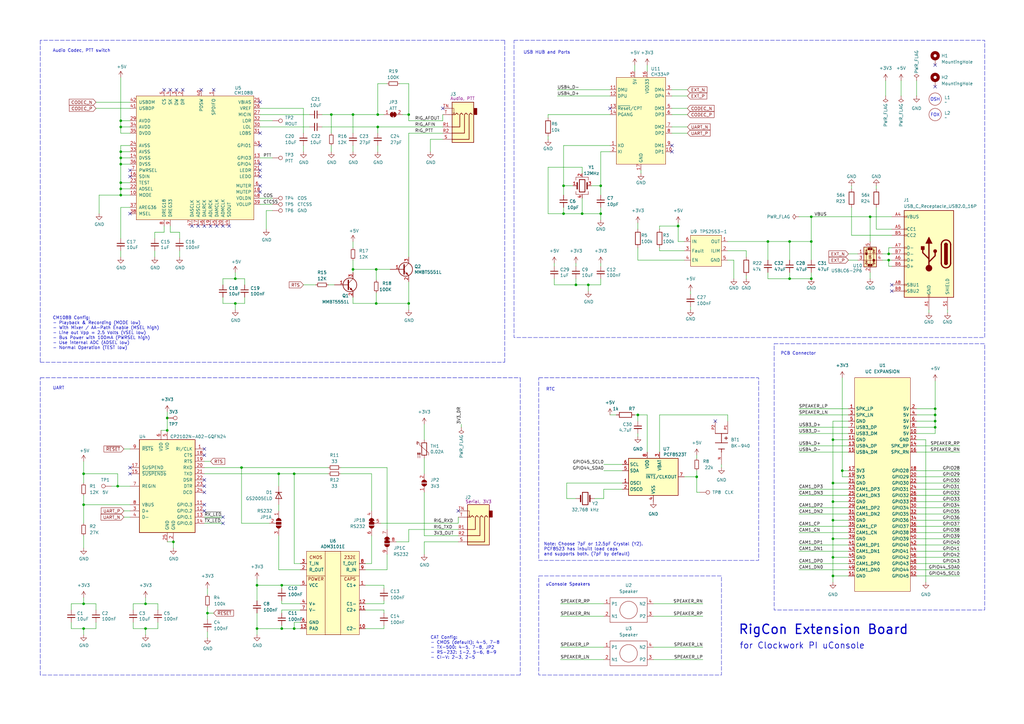
<source format=kicad_sch>
(kicad_sch (version 20231120) (generator "eeschema") (generator_version "8.0")
  (paper "A3")
  (title_block (title "RigCon Extension Board for ClockworkPi uConsole") (date "2025-03-22") (rev "1.1"))
  (junction (at 356.87 88.9))
  (junction (at 364.49 104.14))
  (junction (at 231.14 87.63))
  (junction (at 383.54 167.64))
  (junction (at 383.54 172.72))
  (junction (at 332.74 88.9))
  (junction (at 34.29 247.65))
  (junction (at 115.57 240.03))
  (junction (at 154.305 124.46))
  (junction (at 246.38 76.2))
  (junction (at 120.65 194.31))
  (junction (at 154.94 52.07))
  (junction (at 383.54 170.18))
  (junction (at 120.65 257.81))
  (junction (at 332.74 99.06))
  (junction (at 241.3 116.84))
  (junction (at 278.13 92.71))
  (junction (at 341.63 198.12))
  (junction (at 231.14 76.2))
  (junction (at 96.52 124.46))
  (junction (at 261.62 170.18))
  (junction (at 323.85 99.06))
  (junction (at 49.53 67.31))
  (junction (at 68.58 171.45))
  (junction (at 341.63 180.34))
  (junction (at 105.41 240.03))
  (junction (at 105.41 257.81))
  (junction (at 167.64 124.46))
  (junction (at 345.44 193.04))
  (junction (at 59.69 247.65))
  (junction (at 341.63 236.22))
  (junction (at 238.76 87.63))
  (junction (at 68.58 176.53))
  (junction (at 364.49 106.68))
  (junction (at 135.89 46.99))
  (junction (at 341.63 205.74))
  (junction (at 49.53 77.47))
  (junction (at 114.3 194.31))
  (junction (at 246.38 87.63))
  (junction (at 323.85 114.3))
  (junction (at 34.29 194.31))
  (junction (at 71.12 222.25))
  (junction (at 341.63 213.36))
  (junction (at 314.96 99.06))
  (junction (at 285.75 195.58))
  (junction (at 383.54 175.26))
  (junction (at 99.06 191.77))
  (junction (at 154.94 46.99))
  (junction (at 59.69 257.81))
  (junction (at 341.63 220.98))
  (junction (at 49.53 80.01))
  (junction (at 144.78 46.99))
  (junction (at 96.52 114.3))
  (junction (at 85.09 251.46))
  (junction (at 154.305 110.49))
  (junction (at 144.78 110.49))
  (junction (at 34.29 257.81))
  (junction (at 49.53 74.93))
  (junction (at 236.22 116.84))
  (junction (at 167.64 46.99))
  (junction (at 48.26 199.39))
  (junction (at 332.74 114.3))
  (junction (at 341.63 228.6))
  (junction (at 115.57 257.81))
  (junction (at 49.53 49.53))
  (junction (at 49.53 62.23))
  (junction (at 49.53 52.07))
  (junction (at 34.29 207.01))
  (junction (at 49.53 64.77))
  (no_connect (at 91.44 212.09))
  (no_connect (at 83.82 196.85))
  (no_connect (at 106.68 72.39))
  (no_connect (at 106.68 54.61))
  (no_connect (at 53.34 72.39))
  (no_connect (at 93.98 92.71))
  (no_connect (at 53.34 69.85))
  (no_connect (at 86.36 92.71))
  (no_connect (at 78.74 92.71))
  (no_connect (at 67.31 36.83))
  (no_connect (at 83.82 207.01))
  (no_connect (at 83.82 92.71))
  (no_connect (at 106.68 67.31))
  (no_connect (at 87.63 36.83))
  (no_connect (at 83.82 199.39))
  (no_connect (at 106.68 76.2))
  (no_connect (at 83.82 209.55))
  (no_connect (at 53.34 194.31))
  (no_connect (at 187.96 209.55))
  (no_connect (at 383.54 26.67))
  (no_connect (at 293.37 172.72))
  (no_connect (at 83.82 184.15))
  (no_connect (at 69.85 36.83))
  (no_connect (at 106.68 78.74))
  (no_connect (at 275.59 59.69))
  (no_connect (at 91.44 92.71))
  (no_connect (at 106.68 69.85))
  (no_connect (at 81.28 92.71))
  (no_connect (at 250.19 44.45))
  (no_connect (at 83.82 201.93))
  (no_connect (at 106.68 41.91))
  (no_connect (at 275.59 62.23))
  (no_connect (at 82.55 36.83))
  (no_connect (at 91.44 214.63))
  (no_connect (at 53.34 191.77))
  (no_connect (at 181.61 44.45))
  (no_connect (at 106.68 59.69))
  (no_connect (at 383.54 35.56))
  (no_connect (at 74.93 36.83))
  (no_connect (at 83.82 186.69))
  (no_connect (at 53.34 87.63))
  (no_connect (at 365.76 116.84))
  (no_connect (at 365.76 119.38))
  (no_connect (at 88.9 92.71))
  (no_connect (at 72.39 36.83))
  (wire (pts (xy 327.66 233.68) (xy 347.98 233.68)))
  (wire (pts (xy 53.34 52.07) (xy 49.53 52.07)))
  (wire (pts (xy 341.63 220.98) (xy 341.63 228.6)))
  (wire (pts (xy 83.82 194.31) (xy 114.3 194.31)))
  (wire (pts (xy 332.74 111.76) (xy 332.74 114.3)))
  (wire (pts (xy 345.44 154.94) (xy 345.44 193.04)))
  (wire (pts (xy 53.34 67.31) (xy 49.53 67.31)))
  (wire (pts (xy 364.49 101.6) (xy 365.76 101.6)))
  (polyline (pts (xy 16.51 16.51) (xy 16.51 148.59)) (stroke (width 0) (type dash)))
  (wire (pts (xy 323.85 99.06) (xy 332.74 99.06)))
  (wire (pts (xy 224.79 55.88) (xy 224.79 57.15)))
  (wire (pts (xy 59.69 257.81) (xy 64.77 257.81)))
  (wire (pts (xy 149.86 257.81) (xy 157.48 257.81)))
  (wire (pts (xy 361.95 106.68) (xy 364.49 106.68)))
  (wire (pts (xy 120.65 231.14) (xy 123.19 231.14)))
  (wire (pts (xy 375.92 208.28) (xy 393.7 208.28)))
  (wire (pts (xy 364.49 106.68) (xy 365.76 106.68)))
  (wire (pts (xy 238.76 87.63) (xy 246.38 87.63)))
  (wire (pts (xy 231.14 76.2) (xy 234.95 76.2)))
  (wire (pts (xy 375.92 220.98) (xy 393.7 220.98)))
  (wire (pts (xy 158.75 217.17) (xy 158.75 191.77)))
  (wire (pts (xy 261.62 179.07) (xy 261.62 177.8)))
  (wire (pts (xy 115.57 240.03) (xy 115.57 241.3)))
  (wire (pts (xy 149.86 247.65) (xy 157.48 247.65)))
  (wire (pts (xy 69.85 92.71) (xy 69.85 95.25)))
  (wire (pts (xy 149.86 233.68) (xy 158.75 233.68)))
  (wire (pts (xy 85.09 259.08) (xy 85.09 261.62)))
  (wire (pts (xy 54.61 247.65) (xy 59.69 247.65)))
  (wire (pts (xy 68.58 168.91) (xy 68.58 171.45)))
  (wire (pts (xy 167.64 124.46) (xy 167.64 127)))
  (wire (pts (xy 364.49 104.14) (xy 365.76 104.14)))
  (wire (pts (xy 224.79 68.58) (xy 224.79 87.63)))
  (wire (pts (xy 39.37 41.91) (xy 53.34 41.91)))
  (wire (pts (xy 327.66 200.66) (xy 347.98 200.66)))
  (wire (pts (xy 327.66 170.18) (xy 347.98 170.18)))
  (wire (pts (xy 167.64 105.41) (xy 167.64 54.61)))
  (wire (pts (xy 49.53 54.61) (xy 49.53 52.07)))
  (wire (pts (xy 236.22 107.95) (xy 236.22 109.22)))
  (wire (pts (xy 154.94 52.07) (xy 154.94 54.61)))
  (wire (pts (xy 375.92 180.34) (xy 379.73 180.34)))
  (wire (pts (xy 341.63 205.74) (xy 347.98 205.74)))
  (wire (pts (xy 106.68 49.53) (xy 111.76 49.53)))
  (wire (pts (xy 110.49 214.63) (xy 99.06 214.63)))
  (wire (pts (xy 231.14 87.63) (xy 238.76 87.63)))
  (wire (pts (xy 181.61 46.99) (xy 181.61 49.53)))
  (wire (pts (xy 152.4 194.31) (xy 152.4 209.55)))
  (wire (pts (xy 154.94 62.23) (xy 154.94 59.69)))
  (wire (pts (xy 327.66 208.28) (xy 347.98 208.28)))
  (wire (pts (xy 34.29 219.71) (xy 34.29 224.79)))
  (wire (pts (xy 229.87 265.43) (xy 247.65 265.43)))
  (wire (pts (xy 54.61 250.19) (xy 54.61 247.65)))
  (wire (pts (xy 120.65 257.81) (xy 115.57 257.81)))
  (wire (pts (xy 124.46 116.84) (xy 129.54 116.84)))
  (wire (pts (xy 134.62 116.84) (xy 137.16 116.84)))
  (wire (pts (xy 261.62 106.68) (xy 280.67 106.68)))
  (wire (pts (xy 49.53 31.75) (xy 49.53 49.53)))
  (wire (pts (xy 105.41 240.03) (xy 105.41 246.38)))
  (wire (pts (xy 91.44 121.92) (xy 91.44 124.46)))
  (wire (pts (xy 29.21 250.19) (xy 29.21 247.65)))
  (wire (pts (xy 106.68 81.28) (xy 111.76 81.28)))
  (wire (pts (xy 375.92 177.8) (xy 383.54 177.8)))
  (wire (pts (xy 314.96 99.06) (xy 323.85 99.06)))
  (wire (pts (xy 347.98 104.14) (xy 351.79 104.14)))
  (wire (pts (xy 173.99 219.71) (xy 173.99 201.93)))
  (polyline (pts (xy 213.36 276.86) (xy 16.51 276.86)) (stroke (width 0) (type dash)))
  (wire (pts (xy 67.31 95.25) (xy 63.5 95.25)))
  (wire (pts (xy 327.66 203.2) (xy 347.98 203.2)))
  (wire (pts (xy 34.29 247.65) (xy 39.37 247.65)))
  (wire (pts (xy 139.7 191.77) (xy 158.75 191.77)))
  (wire (pts (xy 364.49 106.68) (xy 364.49 109.22)))
  (wire (pts (xy 298.45 99.06) (xy 314.96 99.06)))
  (wire (pts (xy 361.95 104.14) (xy 364.49 104.14)))
  (wire (pts (xy 99.06 191.77) (xy 99.06 214.63)))
  (wire (pts (xy 275.59 44.45) (xy 281.94 44.45)))
  (wire (pts (xy 73.66 95.25) (xy 73.66 97.79)))
  (wire (pts (xy 375.92 228.6) (xy 393.7 228.6)))
  (wire (pts (xy 375.92 213.36) (xy 393.7 213.36)))
  (wire (pts (xy 285.75 186.69) (xy 285.75 187.96)))
  (wire (pts (xy 39.37 44.45) (xy 53.34 44.45)))
  (wire (pts (xy 323.85 111.76) (xy 323.85 114.3)))
  (wire (pts (xy 383.54 156.21) (xy 383.54 167.64)))
  (wire (pts (xy 124.46 54.61) (xy 124.46 44.45)))
  (wire (pts (xy 109.22 86.36) (xy 111.76 86.36)))
  (wire (pts (xy 152.4 219.71) (xy 152.4 231.14)))
  (wire (pts (xy 34.29 194.31) (xy 34.29 189.23)))
  (wire (pts (xy 29.21 257.81) (xy 34.29 257.81)))
  (wire (pts (xy 341.63 220.98) (xy 347.98 220.98)))
  (wire (pts (xy 247.65 190.5) (xy 255.27 190.5)))
  (wire (pts (xy 83.82 189.23) (xy 86.36 189.23)))
  (wire (pts (xy 144.78 111.76) (xy 144.78 110.49)))
  (wire (pts (xy 356.87 111.76) (xy 356.87 114.3)))
  (wire (pts (xy 270.51 93.98) (xy 270.51 92.71)))
  (wire (pts (xy 96.52 124.46) (xy 96.52 127)))
  (wire (pts (xy 359.41 77.47) (xy 359.41 76.2)))
  (wire (pts (xy 49.53 49.53) (xy 53.34 49.53)))
  (wire (pts (xy 356.87 88.9) (xy 332.74 88.9)))
  (polyline (pts (xy 213.36 154.94) (xy 213.36 276.86)) (stroke (width 0) (type dash)))
  (wire (pts (xy 154.305 120.015) (xy 154.305 124.46)))
  (wire (pts (xy 341.63 172.72) (xy 341.63 180.34)))
  (wire (pts (xy 48.26 194.31) (xy 34.29 194.31)))
  (wire (pts (xy 114.3 194.31) (xy 120.65 194.31)))
  (wire (pts (xy 341.63 180.34) (xy 347.98 180.34)))
  (wire (pts (xy 247.65 204.47) (xy 247.65 200.66)))
  (wire (pts (xy 246.38 62.23) (xy 246.38 76.2)))
  (wire (pts (xy 252.73 170.18) (xy 250.19 170.18)))
  (wire (pts (xy 327.66 167.64) (xy 347.98 167.64)))
  (wire (pts (xy 347.98 106.68) (xy 351.79 106.68)))
  (wire (pts (xy 375.92 215.9) (xy 393.7 215.9)))
  (polyline (pts (xy 16.51 154.94) (xy 213.36 154.94)) (stroke (width 0) (type dash)))
  (wire (pts (xy 375.92 226.06) (xy 393.7 226.06)))
  (wire (pts (xy 260.35 170.18) (xy 261.62 170.18)))
  (wire (pts (xy 375.92 170.18) (xy 383.54 170.18)))
  (wire (pts (xy 105.41 257.81) (xy 105.41 260.35)))
  (wire (pts (xy 91.44 116.84) (xy 91.44 114.3)))
  (wire (pts (xy 375.92 233.68) (xy 393.7 233.68)))
  (wire (pts (xy 232.41 198.12) (xy 255.27 198.12)))
  (polyline (pts (xy 207.01 16.51) (xy 16.51 16.51)) (stroke (width 0) (type dash)))
  (wire (pts (xy 247.65 193.04) (xy 255.27 193.04)))
  (wire (pts (xy 228.6 36.83) (xy 250.19 36.83)))
  (wire (pts (xy 39.37 257.81) (xy 39.37 255.27)))
  (wire (pts (xy 91.44 124.46) (xy 96.52 124.46)))
  (wire (pts (xy 375.92 198.12) (xy 393.7 198.12)))
  (wire (pts (xy 53.34 80.01) (xy 49.53 80.01)))
  (wire (pts (xy 144.78 121.92) (xy 144.78 124.46)))
  (wire (pts (xy 381 127) (xy 381 128.27)))
  (wire (pts (xy 49.53 102.87) (xy 49.53 105.41)))
  (wire (pts (xy 260.35 26.67) (xy 260.35 29.21)))
  (wire (pts (xy 341.63 198.12) (xy 341.63 205.74)))
  (wire (pts (xy 238.76 81.28) (xy 238.76 87.63)))
  (wire (pts (xy 270.51 102.87) (xy 280.67 102.87)))
  (wire (pts (xy 144.78 110.49) (xy 144.78 106.68)))
  (wire (pts (xy 341.63 198.12) (xy 347.98 198.12)))
  (wire (pts (xy 40.64 80.01) (xy 49.53 80.01)))
  (wire (pts (xy 238.76 68.58) (xy 224.79 68.58)))
  (wire (pts (xy 163.83 34.29) (xy 167.64 34.29)))
  (wire (pts (xy 359.41 85.09) (xy 359.41 93.98)))
  (wire (pts (xy 270.51 170.18) (xy 298.45 170.18)))
  (wire (pts (xy 298.45 106.68) (xy 300.99 106.68)))
  (wire (pts (xy 236.22 116.84) (xy 241.3 116.84)))
  (wire (pts (xy 53.34 199.39) (xy 48.26 199.39)))
  (wire (pts (xy 53.34 74.93) (xy 49.53 74.93)))
  (wire (pts (xy 189.23 173.99) (xy 189.23 175.26)))
  (wire (pts (xy 53.34 54.61) (xy 49.53 54.61)))
  (wire (pts (xy 383.54 175.26) (xy 383.54 177.8)))
  (wire (pts (xy 167.64 54.61) (xy 181.61 54.61)))
  (wire (pts (xy 288.29 265.43) (xy 267.97 265.43)))
  (polyline (pts (xy 16.51 148.59) (xy 207.01 148.59)) (stroke (width 0) (type dash)))
  (wire (pts (xy 34.29 203.2) (xy 34.29 207.01)))
  (wire (pts (xy 49.53 52.07) (xy 49.53 49.53)))
  (wire (pts (xy 261.62 172.72) (xy 261.62 170.18)))
  (wire (pts (xy 144.78 110.49) (xy 154.305 110.49)))
  (wire (pts (xy 83.82 191.77) (xy 99.06 191.77)))
  (wire (pts (xy 135.89 59.69) (xy 135.89 62.23)))
  (wire (pts (xy 71.12 222.25) (xy 71.12 224.79)))
  (wire (pts (xy 349.25 96.52) (xy 365.76 96.52)))
  (wire (pts (xy 165.1 46.99) (xy 167.64 46.99)))
  (wire (pts (xy 332.74 99.06) (xy 332.74 106.68)))
  (wire (pts (xy 120.65 231.14) (xy 120.65 194.31)))
  (wire (pts (xy 341.63 180.34) (xy 341.63 198.12)))
  (wire (pts (xy 298.45 172.72) (xy 298.45 170.18)))
  (wire (pts (xy 229.87 270.51) (xy 247.65 270.51)))
  (wire (pts (xy 114.3 194.31) (xy 114.3 199.39)))
  (wire (pts (xy 49.53 59.69) (xy 53.34 59.69)))
  (wire (pts (xy 341.63 172.72) (xy 347.98 172.72)))
  (wire (pts (xy 53.34 62.23) (xy 49.53 62.23)))
  (wire (pts (xy 181.61 57.15) (xy 176.53 57.15)))
  (wire (pts (xy 106.68 64.77) (xy 111.76 64.77)))
  (wire (pts (xy 327.66 88.9) (xy 332.74 88.9)))
  (wire (pts (xy 96.52 124.46) (xy 100.33 124.46)))
  (wire (pts (xy 29.21 255.27) (xy 29.21 257.81)))
  (wire (pts (xy 227.33 116.84) (xy 236.22 116.84)))
  (wire (pts (xy 64.77 257.81) (xy 64.77 255.27)))
  (wire (pts (xy 115.57 240.03) (xy 105.41 240.03)))
  (wire (pts (xy 157.48 257.81) (xy 157.48 256.54)))
  (wire (pts (xy 261.62 91.44) (xy 261.62 93.98)))
  (wire (pts (xy 246.38 87.63) (xy 246.38 90.17)))
  (wire (pts (xy 50.8 209.55) (xy 53.34 209.55)))
  (wire (pts (xy 247.65 247.65) (xy 229.87 247.65)))
  (wire (pts (xy 66.04 176.53) (xy 68.58 176.53)))
  (wire (pts (xy 176.53 57.15) (xy 176.53 62.23)))
  (wire (pts (xy 132.08 46.99) (xy 135.89 46.99)))
  (wire (pts (xy 96.52 114.3) (xy 96.52 111.76)))
  (wire (pts (xy 99.06 191.77) (xy 134.62 191.77)))
  (wire (pts (xy 364.49 104.14) (xy 364.49 101.6)))
  (wire (pts (xy 149.86 250.19) (xy 157.48 250.19)))
  (wire (pts (xy 132.08 52.07) (xy 154.94 52.07)))
  (wire (pts (xy 154.94 34.29) (xy 158.75 34.29)))
  (wire (pts (xy 100.33 124.46) (xy 100.33 121.92)))
  (wire (pts (xy 83.82 214.63) (xy 91.44 214.63)))
  (wire (pts (xy 114.3 219.71) (xy 114.3 233.68)))
  (wire (pts (xy 375.92 185.42) (xy 393.7 185.42)))
  (wire (pts (xy 154.305 110.49) (xy 154.305 114.935)))
  (wire (pts (xy 345.44 193.04) (xy 347.98 193.04)))
  (wire (pts (xy 106.68 46.99) (xy 127 46.99)))
  (wire (pts (xy 123.19 247.65) (xy 115.57 247.65)))
  (wire (pts (xy 283.21 119.38) (xy 283.21 120.65)))
  (wire (pts (xy 144.78 99.06) (xy 144.78 101.6)))
  (wire (pts (xy 278.13 91.44) (xy 278.13 92.71)))
  (wire (pts (xy 327.66 210.82) (xy 347.98 210.82)))
  (wire (pts (xy 39.37 247.65) (xy 39.37 250.19)))
  (wire (pts (xy 345.44 195.58) (xy 347.98 195.58)))
  (wire (pts (xy 162.56 222.25) (xy 167.64 222.25)))
  (wire (pts (xy 167.64 217.17) (xy 167.64 222.25)))
  (wire (pts (xy 375.92 231.14) (xy 393.7 231.14)))
  (wire (pts (xy 375.92 195.58) (xy 393.7 195.58)))
  (wire (pts (xy 314.96 114.3) (xy 323.85 114.3)))
  (wire (pts (xy 154.94 46.99) (xy 157.48 46.99)))
  (wire (pts (xy 280.67 195.58) (xy 285.75 195.58)))
  (wire (pts (xy 314.96 99.06) (xy 314.96 106.68)))
  (wire (pts (xy 53.34 85.09) (xy 49.53 85.09)))
  (wire (pts (xy 247.65 200.66) (xy 255.27 200.66)))
  (wire (pts (xy 283.21 125.73) (xy 283.21 127)))
  (wire (pts (xy 375.92 172.72) (xy 383.54 172.72)))
  (wire (pts (xy 167.64 217.17) (xy 187.96 217.17)))
  (wire (pts (xy 106.68 83.82) (xy 111.76 83.82)))
  (wire (pts (xy 49.53 85.09) (xy 49.53 97.79)))
  (wire (pts (xy 227.33 114.3) (xy 227.33 116.84)))
  (wire (pts (xy 167.64 46.99) (xy 167.64 34.29)))
  (wire (pts (xy 123.19 255.27) (xy 120.65 255.27)))
  (wire (pts (xy 306.07 102.87) (xy 306.07 105.41)))
  (wire (pts (xy 114.3 207.01) (xy 114.3 209.55)))
  (wire (pts (xy 275.59 54.61) (xy 281.94 54.61)))
  (wire (pts (xy 181.61 49.53) (xy 167.64 49.53)))
  (wire (pts (xy 120.65 255.27) (xy 120.65 257.81)))
  (wire (pts (xy 167.64 49.53) (xy 167.64 46.99)))
  (wire (pts (xy 115.57 247.65) (xy 115.57 246.38)))
  (wire (pts (xy 356.87 88.9) (xy 356.87 99.06)))
  (wire (pts (xy 327.66 177.8) (xy 347.98 177.8)))
  (wire (pts (xy 227.33 107.95) (xy 227.33 109.22)))
  (wire (pts (xy 241.3 116.84) (xy 246.38 116.84)))
  (wire (pts (xy 115.57 257.81) (xy 115.57 256.54)))
  (wire (pts (xy 356.87 88.9) (xy 365.76 88.9)))
  (wire (pts (xy 231.14 59.69) (xy 231.14 76.2)))
  (wire (pts (xy 49.53 77.47) (xy 49.53 80.01)))
  (wire (pts (xy 246.38 76.2) (xy 246.38 80.01)))
  (wire (pts (xy 96.52 114.3) (xy 100.33 114.3)))
  (wire (pts (xy 375.92 167.64) (xy 383.54 167.64)))
  (wire (pts (xy 375.92 210.82) (xy 393.7 210.82)))
  (wire (pts (xy 224.79 87.63) (xy 231.14 87.63)))
  (wire (pts (xy 144.78 62.23) (xy 144.78 59.69)))
  (wire (pts (xy 34.29 245.11) (xy 34.29 247.65)))
  (wire (pts (xy 83.82 212.09) (xy 91.44 212.09)))
  (wire (pts (xy 29.21 247.65) (xy 34.29 247.65)))
  (wire (pts (xy 265.43 26.67) (xy 265.43 29.21)))
  (wire (pts (xy 246.38 107.95) (xy 246.38 109.22)))
  (wire (pts (xy 341.63 228.6) (xy 341.63 236.22)))
  (wire (pts (xy 341.63 236.22) (xy 341.63 238.76)))
  (wire (pts (xy 63.5 105.41) (xy 63.5 102.87)))
  (wire (pts (xy 54.61 255.27) (xy 54.61 257.81)))
  (wire (pts (xy 332.74 88.9) (xy 332.74 99.06)))
  (wire (pts (xy 144.78 124.46) (xy 154.305 124.46)))
  (wire (pts (xy 270.51 92.71) (xy 278.13 92.71)))
  (wire (pts (xy 154.305 124.46) (xy 167.64 124.46)))
  (wire (pts (xy 144.78 46.99) (xy 154.94 46.99)))
  (wire (pts (xy 123.19 240.03) (xy 115.57 240.03)))
  (wire (pts (xy 115.57 250.19) (xy 115.57 251.46)))
  (wire (pts (xy 314.96 111.76) (xy 314.96 114.3)))
  (wire (pts (xy 327.66 223.52) (xy 347.98 223.52)))
  (wire (pts (xy 236.22 114.3) (xy 236.22 116.84)))
  (wire (pts (xy 231.14 59.69) (xy 250.19 59.69)))
  (wire (pts (xy 383.54 172.72) (xy 383.54 175.26)))
  (wire (pts (xy 154.94 52.07) (xy 181.61 52.07)))
  (wire (pts (xy 295.91 190.5) (xy 295.91 191.77)))
  (wire (pts (xy 270.51 101.6) (xy 270.51 102.87)))
  (wire (pts (xy 49.53 74.93) (xy 49.53 77.47)))
  (wire (pts (xy 68.58 222.25) (xy 71.12 222.25)))
  (wire (pts (xy 154.305 110.49) (xy 160.02 110.49)))
  (wire (pts (xy 250.19 46.99) (xy 224.79 46.99)))
  (wire (pts (xy 327.66 215.9) (xy 347.98 215.9)))
  (wire (pts (xy 59.69 257.81) (xy 59.69 260.35)))
  (wire (pts (xy 261.62 170.18) (xy 265.43 170.18)))
  (wire (pts (xy 375.92 203.2) (xy 393.7 203.2)))
  (wire (pts (xy 63.5 95.25) (xy 63.5 97.79)))
  (wire (pts (xy 278.13 99.06) (xy 280.67 99.06)))
  (wire (pts (xy 232.41 204.47) (xy 236.22 204.47)))
  (wire (pts (xy 34.29 257.81) (xy 39.37 257.81)))
  (wire (pts (xy 187.96 219.71) (xy 173.99 219.71)))
  (wire (pts (xy 383.54 167.64) (xy 383.54 170.18)))
  (wire (pts (xy 359.41 93.98) (xy 365.76 93.98)))
  (wire (pts (xy 275.59 52.07) (xy 281.94 52.07)))
  (wire (pts (xy 375.92 236.22) (xy 393.7 236.22)))
  (wire (pts (xy 173.99 222.25) (xy 173.99 227.33)))
  (wire (pts (xy 375.92 218.44) (xy 393.7 218.44)))
  (wire (pts (xy 53.34 77.47) (xy 49.53 77.47)))
  (wire (pts (xy 341.63 205.74) (xy 341.63 213.36)))
  (wire (pts (xy 64.77 247.65) (xy 64.77 250.19)))
  (wire (pts (xy 278.13 92.71) (xy 278.13 99.06)))
  (wire (pts (xy 85.09 248.92) (xy 85.09 251.46)))
  (wire (pts (xy 246.38 62.23) (xy 250.19 62.23)))
  (wire (pts (xy 139.7 194.31) (xy 152.4 194.31)))
  (wire (pts (xy 156.21 214.63) (xy 187.96 214.63)))
  (wire (pts (xy 105.41 240.03) (xy 105.41 237.49)))
  (wire (pts (xy 375.92 182.88) (xy 393.7 182.88)))
  (wire (pts (xy 300.99 106.68) (xy 300.99 114.3)))
  (wire (pts (xy 327.66 175.26) (xy 347.98 175.26)))
  (wire (pts (xy 106.68 52.07) (xy 127 52.07)))
  (wire (pts (xy 40.64 80.01) (xy 40.64 87.63)))
  (wire (pts (xy 383.54 170.18) (xy 383.54 172.72)))
  (wire (pts (xy 285.75 195.58) (xy 285.75 201.93)))
  (wire (pts (xy 158.75 233.68) (xy 158.75 227.33)))
  (wire (pts (xy 167.64 115.57) (xy 167.64 124.46)))
  (wire (pts (xy 34.29 207.01) (xy 53.34 207.01)))
  (wire (pts (xy 50.8 212.09) (xy 53.34 212.09)))
  (wire (pts (xy 275.59 36.83) (xy 281.94 36.83)))
  (wire (pts (xy 157.48 250.19) (xy 157.48 251.46)))
  (wire (pts (xy 34.29 207.01) (xy 34.29 214.63)))
  (wire (pts (xy 375.92 193.04) (xy 393.7 193.04)))
  (wire (pts (xy 231.14 76.2) (xy 231.14 80.01)))
  (wire (pts (xy 275.59 46.99) (xy 281.94 46.99)))
  (wire (pts (xy 306.07 113.03) (xy 306.07 114.3)))
  (wire (pts (xy 341.63 228.6) (xy 347.98 228.6)))
  (wire (pts (xy 375.92 223.52) (xy 393.7 223.52)))
  (wire (pts (xy 135.89 46.99) (xy 135.89 54.61)))
  (wire (pts (xy 231.14 85.09) (xy 231.14 87.63)))
  (wire (pts (xy 375.92 205.74) (xy 393.7 205.74)))
  (wire (pts (xy 265.43 170.18) (xy 265.43 185.42)))
  (wire (pts (xy 68.58 171.45) (xy 68.58 176.53)))
  (wire (pts (xy 120.65 194.31) (xy 134.62 194.31)))
  (wire (pts (xy 49.53 62.23) (xy 49.53 59.69)))
  (wire (pts (xy 173.99 194.31) (xy 173.99 187.96)))
  (wire (pts (xy 323.85 99.06) (xy 323.85 106.68)))
  (wire (pts (xy 243.84 204.47) (xy 247.65 204.47)))
  (wire (pts (xy 364.49 109.22) (xy 365.76 109.22)))
  (wire (pts (xy 34.29 198.12) (xy 34.29 194.31)))
  (wire (pts (xy 59.69 245.11) (xy 59.69 247.65)))
  (wire (pts (xy 270.51 170.18) (xy 270.51 185.42)))
  (wire (pts (xy 135.89 46.99) (xy 144.78 46.99)))
  (wire (pts (xy 262.89 69.85) (xy 262.89 71.12)))
  (wire (pts (xy 48.26 199.39) (xy 48.26 194.31)))
  (wire (pts (xy 247.65 252.73) (xy 229.87 252.73)))
  (wire (pts (xy 345.44 193.04) (xy 345.44 195.58)))
  (wire (pts (xy 69.85 95.25) (xy 73.66 95.25)))
  (wire (pts (xy 91.44 114.3) (xy 96.52 114.3)))
  (wire (pts (xy 106.68 44.45) (xy 124.46 44.45)))
  (wire (pts (xy 298.45 102.87) (xy 306.07 102.87)))
  (wire (pts (xy 388.62 127) (xy 388.62 128.27)))
  (wire (pts (xy 124.46 62.23) (xy 124.46 59.69)))
  (wire (pts (xy 341.63 213.36) (xy 347.98 213.36)))
  (wire (pts (xy 288.29 247.65) (xy 267.97 247.65)))
  (wire (pts (xy 349.25 77.47) (xy 349.25 76.2)))
  (wire (pts (xy 275.59 39.37) (xy 281.94 39.37)))
  (wire (pts (xy 109.22 93.98) (xy 109.22 86.36)))
  (wire (pts (xy 49.53 64.77) (xy 49.53 67.31)))
  (wire (pts (xy 375.92 200.66) (xy 393.7 200.66)))
  (wire (pts (xy 349.25 96.52) (xy 349.25 85.09)))
  (wire (pts (xy 363.22 33.02) (xy 363.22 39.37)))
  (wire (pts (xy 157.48 247.65) (xy 157.48 246.38)))
  (wire (pts (xy 285.75 193.04) (xy 285.75 195.58)))
  (wire (pts (xy 50.8 184.15) (xy 53.34 184.15)))
  (wire (pts (xy 123.19 257.81) (xy 120.65 257.81)))
  (wire (pts (xy 67.31 92.71) (xy 67.31 95.25)))
  (wire (pts (xy 173.99 180.34) (xy 173.99 173.99)))
  (wire (pts (xy 323.85 114.3) (xy 332.74 114.3)))
  (wire (pts (xy 157.48 240.03) (xy 157.48 241.3)))
  (wire (pts (xy 49.53 67.31) (xy 49.53 74.93)))
  (wire (pts (xy 224.79 46.99) (xy 224.79 48.26)))
  (wire (pts (xy 369.57 33.02) (xy 369.57 39.37)))
  (polyline (pts (xy 16.51 276.86) (xy 16.51 154.94)) (stroke (width 0) (type dash)))
  (wire (pts (xy 73.66 105.41) (xy 73.66 102.87)))
  (wire (pts (xy 123.19 233.68) (xy 114.3 233.68)))
  (wire (pts (xy 285.75 201.93) (xy 287.02 201.93)))
  (wire (pts (xy 105.41 251.46) (xy 105.41 257.81)))
  (wire (pts (xy 187.96 212.09) (xy 187.96 214.63)))
  (wire (pts (xy 54.61 257.81) (xy 59.69 257.81)))
  (wire (pts (xy 375.92 175.26) (xy 383.54 175.26)))
  (wire (pts (xy 85.09 251.46) (xy 87.63 251.46)))
  (wire (pts (xy 49.53 62.23) (xy 49.53 64.77)))
  (wire (pts (xy 242.57 76.2) (xy 246.38 76.2)))
  (wire (pts (xy 123.19 250.19) (xy 115.57 250.19)))
  (wire (pts (xy 246.38 85.09) (xy 246.38 87.63)))
  (polyline (pts (xy 207.01 148.59) (xy 207.01 16.51)) (stroke (width 0) (type dash)))
  (wire (pts (xy 241.3 119.38) (xy 241.3 116.84)))
  (wire (pts (xy 288.29 252.73) (xy 267.97 252.73)))
  (wire (pts (xy 261.62 101.6) (xy 261.62 106.68)))
  (wire (pts (xy 34.29 257.81) (xy 34.29 260.35)))
  (wire (pts (xy 327.66 231.14) (xy 347.98 231.14)))
  (wire (pts (xy 341.63 213.36) (xy 341.63 220.98)))
  (wire (pts (xy 379.73 180.34) (xy 379.73 238.76)))
  (wire (pts (xy 238.76 68.58) (xy 238.76 71.12)))
  (wire (pts (xy 341.63 236.22) (xy 347.98 236.22)))
  (wire (pts (xy 187.96 222.25) (xy 173.99 222.25)))
  (wire (pts (xy 375.92 33.02) (xy 375.92 39.37)))
  (wire (pts (xy 288.29 270.51) (xy 267.97 270.51)))
  (wire (pts (xy 246.38 116.84) (xy 246.38 114.3)))
  (wire (pts (xy 100.33 114.3) (xy 100.33 116.84)))
  (wire (pts (xy 85.09 251.46) (xy 85.09 254)))
  (wire (pts (xy 228.6 39.37) (xy 250.19 39.37)))
  (wire (pts (xy 232.41 204.47) (xy 232.41 198.12)))
  (wire (pts (xy 327.66 182.88) (xy 347.98 182.88)))
  (wire (pts (xy 154.94 46.99) (xy 154.94 34.29)))
  (wire (pts (xy 59.69 247.65) (xy 64.77 247.65)))
  (wire (pts (xy 144.78 54.61) (xy 144.78 46.99)))
  (wire (pts (xy 327.66 218.44) (xy 347.98 218.44)))
  (wire (pts (xy 149.86 240.03) (xy 157.48 240.03)))
  (wire (pts (xy 53.34 64.77) (xy 49.53 64.77)))
  (wire (pts (xy 149.86 231.14) (xy 152.4 231.14)))
  (wire (pts (xy 105.41 257.81) (xy 115.57 257.81)))
  (wire (pts (xy 327.66 185.42) (xy 347.98 185.42)))
  (wire (pts (xy 327.66 226.06) (xy 347.98 226.06)))
  (wire (pts (xy 45.72 199.39) (xy 48.26 199.39)))
  (wire (pts (xy 85.09 241.3) (xy 85.09 243.84)))
  (rectangle (start 317.5 140.97) (end 403.86 250.19) (stroke (width 0) (type dash)))
  (rectangle (start 210.82 16.51) (end 403.86 138.43) (stroke (width 0) (type dash)))
  (rectangle (start 220.98 154.94) (end 311.15 229.87) (stroke (width 0) (type dash)))
  (rectangle (start 220.98 236.22) (end 295.91 276.86) (stroke (width 0) (type dash)))
  (text "PCB Connector" (at 327.406 145.034 0) (effects (font (size 1.27 1.27))))
  (text "UART" (at 21.59 160.02 0) (effects (font (size 1.27 1.27)) (justify left bottom)))
  (text "Note: Choose 7pF or 12.5pF Crystal (Y2).\nPCF8523 has inbuilt load caps\nand supports both. (7pF by default)" (at 223.012 225.298 0) (effects (font (size 1.27 1.27)) (justify left)))
  (text "Audio Codec, PTT switch" (at 21.59 21.59 0) (effects (font (size 1.27 1.27)) (justify left bottom)))
  (text "CAT Config:\n- CMOS (default): 4-5, 7-8\n- TX-500: 4-5, 7-8, JP2\n- RS-232: 1-2, 5-6, 8-9\n- CI-V: 2-3, 2-5" (at 176.53 270.51 0) (effects (font (size 1.27 1.27)) (justify left bottom)))
  (text "for Clockwork PI uConsole" (at 303.276 264.922 0) (effects (font (size 2.54 2.54) (thickness 0.254) (bold yes)) (justify left)))
  (text "uConsole Speakers" (at 223.774 239.776 0) (effects (font (size 1.27 1.27) (thickness 0.1588)) (justify left)))
  (text "OSH" (at 383.54 40.894 0) (effects (font (size 1.27 1.27))))
  (text "FOX" (at 383.54 47.244 0) (effects (font (size 1.27 1.27))))
  (text "RigCon Extension Board" (at 302.768 258.318 0) (effects (font (size 3.81 3.81) (thickness 0.508) (bold yes)) (justify left)))
  (text "USB HUB and Ports" (at 224.282 21.59 0) (effects (font (size 1.27 1.27))))
  (text "CM108B Config:\n- Playback & Recording (MODE low)\n- With Mixer / AA-Path Enable (MSEL high)\n- Line out Vpp = 2.5 Volts (VSEL low)\n- Bus Power with 100mA (PWRSEL high)\n- Use internal ADC (ADSEL low)\n- Normal Operation (TEST low)" (at 21.59 143.51 0) (effects (font (size 1.27 1.27)) (justify left bottom)))
  (text "RTC" (at 225.806 159.766 0) (effects (font (size 1.27 1.27))))
  (label "GPIO34" (at 393.7 208.28 180))
  (label "RIG_TXD" (at 177.8 217.17 0))
  (label "~{TX_LED}" (at 83.82 214.63 0))
  (label "SPEAKER_LP" (at 327.66 167.64 0))
  (label "3V3_DR" (at 189.23 173.99 90))
  (label "GPIO31" (at 393.7 200.66 180))
  (label "RIG_AFOUT" (at 170.18 49.53 0))
  (label "SPEAKER_LN" (at 327.66 170.18 0))
  (label "SPEAKER_LP" (at 229.87 265.43 0))
  (label "GPIO41" (at 393.7 226.06 180))
  (label "PTT" (at 107.95 64.77 0))
  (label "CAM1_DP3" (at 327.66 200.66 0))
  (label "VBUS" (at 334.01 88.9 0))
  (label "GPIO36" (at 393.7 213.36 180))
  (label "CAM1_CN" (at 327.66 218.44 0))
  (label "USB4_D+" (at 327.66 182.88 0))
  (label "RIG_RXD" (at 177.8 214.63 0))
  (label "CAM1_DP0" (at 327.66 231.14 0))
  (label "USB3_D-" (at 327.66 177.8 0))
  (label "GPIO39" (at 393.7 220.98 180))
  (label "RIG_PTT" (at 170.18 54.61 0))
  (label "GPIO38" (at 393.7 218.44 180))
  (label "3V3_OUT" (at 177.8 219.71 0))
  (label "GPIO35" (at 393.7 210.82 180))
  (label "CAM1_DN0" (at 327.66 233.68 0))
  (label "CAM1_DP1" (at 327.66 223.52 0))
  (label "SPEAKER_RN" (at 229.87 252.73 0))
  (label "USB4_D-" (at 228.6 36.83 0))
  (label "CAM1_DN2" (at 327.66 210.82 0))
  (label "GPIO33" (at 393.7 205.74 180))
  (label "CAM1_DP2" (at 327.66 208.28 0))
  (label "GPIO30" (at 393.7 198.12 180))
  (label "USB4_D-" (at 327.66 185.42 0))
  (label "GPIO29" (at 393.7 195.58 180))
  (label "SPEAKER_LN" (at 229.87 270.51 0))
  (label "CAM1_CP" (at 327.66 215.9 0))
  (label "GPIO40" (at 393.7 223.52 180))
  (label "GPIO28" (at 393.7 193.04 180))
  (label "GPIO45_SCL0" (at 247.65 190.5 180))
  (label "SPEAKER_RP" (at 393.7 182.88 180))
  (label "GPIO43" (at 393.7 231.14 180))
  (label "~{RX_LED}" (at 83.82 212.09 0))
  (label "USB3_D+" (at 327.66 175.26 0))
  (label "SPEAKER_RP" (at 229.87 247.65 0))
  (label "GPIO44_SDA0" (at 393.7 233.68 180))
  (label "CTCSS" (at 107.95 83.82 0))
  (label "COS" (at 107.95 81.28 0))
  (label "RIG_AFIN" (at 170.18 52.07 0))
  (label "SPEAKER_RP" (at 288.29 252.73 180))
  (label "CAM1_DN1" (at 327.66 226.06 0))
  (label "SPEAKER_LN" (at 288.29 265.43 180))
  (label "SPEAKER_LP" (at 288.29 270.51 180))
  (label "GPIO45_SCL0" (at 393.7 236.22 180))
  (label "GPIO44_SDA0" (at 247.65 193.04 180))
  (label "GPIO32" (at 393.7 203.2 180))
  (label "GPIO37" (at 393.7 215.9 180))
  (label "GPIO42" (at 393.7 228.6 180))
  (label "USB4_D+" (at 228.6 39.37 0))
  (label "SPEAKER_RN" (at 288.29 247.65 180))
  (label "SPEAKER_RN" (at 393.7 185.42 180))
  (label "CAM1_DN3" (at 327.66 203.2 0))
  (global_label "UART_P" (shape input) (at 50.8 209.55 180) (property "Intersheetrefs" "${INTERSHEET_REFS}" (effects (hide yes))))
  (global_label "UART_P" (shape input) (at 281.94 54.61 0) (property "Intersheetrefs" "${INTERSHEET_REFS}" (effects (hide yes))))
  (global_label "UART_N" (shape input) (at 50.8 212.09 180) (property "Intersheetrefs" "${INTERSHEET_REFS}" (effects (hide yes))))
  (global_label "EXT_N" (shape input) (at 347.98 104.14 180) (property "Intersheetrefs" "${INTERSHEET_REFS}" (effects (hide yes))))
  (global_label "CODEC_N" (shape input) (at 281.94 44.45 0) (property "Intersheetrefs" "${INTERSHEET_REFS}" (effects (hide yes))))
  (global_label "EXT_P" (shape input) (at 347.98 106.68 180) (property "Intersheetrefs" "${INTERSHEET_REFS}" (effects (hide yes))))
  (global_label "CODEC_P" (shape input) (at 39.37 44.45 180) (property "Intersheetrefs" "${INTERSHEET_REFS}" (effects (hide yes))))
  (global_label "CODEC_N" (shape input) (at 39.37 41.91 180) (property "Intersheetrefs" "${INTERSHEET_REFS}" (effects (hide yes))))
  (global_label "CODEC_P" (shape input) (at 281.94 46.99 0) (property "Intersheetrefs" "${INTERSHEET_REFS}" (effects (hide yes))))
  (global_label "RTS" (shape input) (at 124.46 116.84 180) (property "Intersheetrefs" "${INTERSHEET_REFS}" (effects (hide yes))))
  (global_label "~{RESET}" (shape input) (at 50.8 184.15 180) (property "Intersheetrefs" "${INTERSHEET_REFS}" (effects (hide yes))))
  (global_label "EXT_P" (shape input) (at 281.94 39.37 0) (property "Intersheetrefs" "${INTERSHEET_REFS}" (effects (hide yes))))
  (global_label "~{RESET}" (shape input) (at 87.63 251.46 0) (property "Intersheetrefs" "${INTERSHEET_REFS}" (effects (hide yes))))
  (global_label "UART_N" (shape input) (at 281.94 52.07 0) (property "Intersheetrefs" "${INTERSHEET_REFS}" (effects (hide yes))))
  (global_label "EXT_N" (shape input) (at 281.94 36.83 0) (property "Intersheetrefs" "${INTERSHEET_REFS}" (effects (hide yes))))
  (global_label "RTS" (shape input) (at 86.36 189.23 0) (property "Intersheetrefs" "${INTERSHEET_REFS}" (effects (hide yes))))
  (symbol (lib_id "power:+3V3") (at 173.99 173.99 0) (unit 1)
    (property "Reference" "#PWR061" (effects (hide yes)))
    (property "Value" "+3V3" (at 173.99 168.91 0))
  )
  (symbol (lib_id "Device:R") (at 256.54 170.18 270) (mirror x) (unit 1)
    (property "Reference" "R7" (at 257.8101 167.64 90) (effects (justify left)))
    (property "Value" "1k" (at 253.746 167.64 90) (effects (justify right)))
    (property "Footprint" "Resistor_SMD:R_0402_1005Metric" (effects (hide yes)))
    (property "Description" "Resistor" (effects (hide yes)))
  )
  (symbol (lib_id "Device:C_Small") (at 227.33 111.76 0) (unit 1)
    (property "Reference" "C29" (at 229.6668 110.5916 0) (effects (justify left)))
    (property "Value" "1uF" (at 229.6668 112.903 0) (effects (justify left)))
    (property "Footprint" "Capacitor_SMD:C_0402_1005Metric" (effects (hide yes)))
    (property "LCSC" "C52923" (effects (hide yes)))
  )
  (symbol (lib_id "Device:R") (at 270.51 97.79 0) (unit 1)
    (property "Reference" "R3" (at 271.78 96.52 0) (effects (justify left)))
    (property "Value" "100k" (at 271.78 99.06 0) (effects (justify left)))
    (property "Footprint" "Resistor_SMD:R_0402_1005Metric" (effects (hide yes)))
    (property "Description" "Resistor" (effects (hide yes)))
  )
  (symbol (lib_id "Device:R") (at 306.07 109.22 0) (unit 1)
    (property "Reference" "R22" (at 308.61 107.9499 0) (effects (justify left)))
    (property "Value" "47k" (at 308.61 110.4899 0) (effects (justify left)))
    (property "Footprint" "Resistor_SMD:R_0402_1005Metric" (effects (hide yes)))
    (property "Description" "Resistor" (effects (hide yes)))
  )
  (symbol (lib_id "power:GND") (at 85.09 261.62 0) (unit 1)
    (property "Reference" "#PWR014" (effects (hide yes)))
    (property "Value" "GND" (at 85.217 266.0142 0))
  )
  (symbol (lib_id "power:GND") (at 96.52 127 0) (unit 1)
    (property "Reference" "#PWR038" (effects (hide yes)))
    (property "Value" "GND" (at 96.647 131.3942 0))
  )
  (symbol (lib_id "Connector_Audio:AudioJack4_SwitchT1") (at 193.04 217.17 180) (unit 1) (in_bom no)
    (property "Reference" "J2" (at 190.754 203.962 0) (effects (justify right)))
    (property "Value" "PJ-320A" (effects (hide yes)))
    (property "Footprint" "uconsole:SJ2-25774x-SMT" (effects (hide yes)))
    (property "Description" "Audio Jack, 4 Poles (Stereo / TRRS), Switched T1 Pole (Normalling)" (effects (hide yes)))
    (property "Label" "Serial, 3V3" (at 201.676 205.74 0) (effects (justify left)))
    (property "DigiKeyNr" "CP-SJ2-25774A-SMT" (effects (hide yes)))
  )
  (symbol (lib_id "power:GND") (at 176.53 62.23 0) (unit 1)
    (property "Reference" "#PWR046" (effects (hide yes)))
    (property "Value" "GND" (at 176.657 66.6242 0))
  )
  (symbol (lib_id "uconsole:uc_speaker") (at 257.81 250.19 0) (unit 1) (in_bom no)
    (property "Reference" "U2" (at 257.81 240.03 0))
    (property "Value" "Speaker" (at 257.81 242.57 0))
    (property "Footprint" "uconsole:speaker pads" (effects (hide yes)))
  )
  (symbol (lib_id "power:+5V") (at 96.52 111.76 0) (unit 1)
    (property "Reference" "#PWR037" (effects (hide yes)))
    (property "Value" "+5V" (at 96.901 107.3658 0))
  )
  (symbol (lib_id "power:+5V") (at 278.13 91.44 0) (unit 1)
    (property "Reference" "#PWR015" (effects (hide yes)))
    (property "Value" "+5V" (at 278.13 86.36 0))
  )
  (symbol (lib_id "Device:R") (at 359.41 81.28 180) (unit 1)
    (property "Reference" "R24" (at 356.87 82.5501 0) (effects (justify left)))
    (property "Value" "56k" (at 356.87 80.0101 0) (effects (justify left)))
    (property "Footprint" "Resistor_SMD:R_0402_1005Metric" (effects (hide yes)))
    (property "Description" "Resistor" (effects (hide yes)))
  )
  (symbol (lib_id "Device:R_Small") (at 34.29 217.17 180) (unit 1)
    (property "Reference" "R2" (at 39.37 215.9 0) (effects (justify left)))
    (property "Value" "27K" (at 40.64 218.44 0) (effects (justify left)))
    (property "Footprint" "Resistor_SMD:R_0402_1005Metric" (effects (hide yes)))
    (property "Description" "Resistor, small symbol" (effects (hide yes)))
  )
  (symbol (lib_id "power:+5V") (at 250.19 170.18 0) (mirror y) (unit 1)
    (property "Reference" "#PWR048" (effects (hide yes)))
    (property "Value" "+5V" (at 250.19 165.1 0))
  )
  (symbol (lib_id "Device:R_Small") (at 132.08 116.84 90) (unit 1)
    (property "Reference" "R15" (at 132.08 111.76 90))
    (property "Value" "12K" (at 132.08 114.3 90))
    (property "Footprint" "Resistor_SMD:R_0402_1005Metric" (effects (hide yes)))
    (property "Description" "Resistor, small symbol" (effects (hide yes)))
    (property "LCSC" "C25752" (effects (hide yes)))
  )
  (symbol (lib_id "power:+3V3") (at 59.69 245.11 0) (unit 1)
    (property "Reference" "#PWR057" (effects (hide yes)))
    (property "Value" "+3V3" (at 59.69 240.03 0))
  )
  (symbol (lib_id "power:GND") (at 295.91 191.77 0) (unit 1)
    (property "Reference" "#PWR052" (effects (hide yes)))
    (property "Value" "GND" (at 295.91 196.85 0))
  )
  (symbol (lib_id "uconsole:CH334P") (at 262.89 49.53 0) (unit 1)
    (property "Reference" "U11" (at 266.954 28.194 0) (effects (justify left)))
    (property "Value" "CH334P" (at 266.954 30.48 0) (effects (justify left)))
    (property "Footprint" "Package_DFN_QFN:QFN-16-1EP_3x3mm_P0.5mm_EP1.7x1.7mm_ThermalVias" (effects (hide yes)))
    (property "Datasheet" "https://www.wch-ic.com/products/CH334.html" (effects (hide yes)))
    (property "Description" "4-port USB HUB controller" (effects (hide yes)))
    (property "LCSC" "C5373042" (effects (hide yes)))
  )
  (symbol (lib_id "Mechanical:MountingHole_Pad") (at 383.54 33.02 0) (unit 1) (exclude_from_sim yes) (in_bom no)
    (property "Reference" "H2" (at 386.08 31.75 0) (effects (justify left)))
    (property "Value" "MountingHole" (at 386.08 34.29 0) (effects (justify left)))
    (property "Footprint" "MountingHole:MountingHole_5mm_Pad_Via" (effects (hide yes)))
    (property "Description" "Mounting Hole with connection" (effects (hide yes)))
  )
  (symbol (lib_id "power:GND") (at 49.53 105.41 0) (unit 1)
    (property "Reference" "#PWR018" (effects (hide yes)))
    (property "Value" "GND" (at 49.657 109.8042 0))
  )
  (symbol (lib_id "power:GND") (at 300.99 114.3 0) (unit 1)
    (property "Reference" "#PWR017" (effects (hide yes)))
    (property "Value" "GND" (at 300.99 118.11 0))
  )
  (symbol (lib_id "power:GND") (at 40.64 87.63 0) (unit 1)
    (property "Reference" "#PWR031" (effects (hide yes)))
    (property "Value" "GND" (at 40.767 92.0242 0))
  )
  (symbol (lib_id "power:+5V") (at 285.75 186.69 0) (mirror y) (unit 1)
    (property "Reference" "#PWR06" (effects (hide yes)))
    (property "Value" "+5V" (at 285.75 181.61 0))
  )
  (symbol (lib_id "Device:C_Small") (at 85.09 256.54 0) (unit 1)
    (property "Reference" "C4" (at 87.63 255.27 0) (effects (justify left)))
    (property "Value" "100nF" (at 87.63 257.81 0) (effects (justify left)))
    (property "Footprint" "Capacitor_SMD:C_0402_1005Metric" (effects (hide yes)))
    (property "LCSC" "C1525" (effects (hide yes)))
  )
  (symbol (lib_id "power:GND") (at 359.41 76.2 180) (unit 1)
    (property "Reference" "#PWR049" (effects (hide yes)))
    (property "Value" "GND" (at 359.41 72.39 0))
  )
  (symbol (lib_id "Device:C_Small") (at 105.41 248.92 0) (unit 1)
    (property "Reference" "C8" (at 107.95 247.65 0) (effects (justify left)))
    (property "Value" "100nF" (at 107.95 250.19 0) (effects (justify left)))
    (property "Footprint" "Capacitor_SMD:C_0402_1005Metric" (effects (hide yes)))
    (property "LCSC" "C1525" (effects (hide yes)))
  )
  (symbol (lib_id "power:GND") (at 135.89 62.23 0) (unit 1)
    (property "Reference" "#PWR041" (effects (hide yes)))
    (property "Value" "GND" (at 136.017 66.6242 0))
  )
  (symbol (lib_id "uconsole:expansion_port_minipcie") (at 361.95 198.12 0) (unit 1) (in_bom no)
    (property "Reference" "U1" (at 361.95 149.86 0))
    (property "Value" "UC EXPANSION" (at 361.95 152.4 0))
    (property "Footprint" "uconsole:edge-minipcie" (effects (hide yes)))
  )
  (symbol (lib_id "Timer_RTC:PCF8523T") (at 267.97 195.58 0) (unit 1)
    (property "Reference" "U7" (at 273.304 184.15 0))
    (property "Value" "PCF8523T" (at 276.86 186.436 0))
    (property "Footprint" "Package_SO:SOIC-8_3.9x4.9mm_P1.27mm" (effects (hide yes)))
    (property "Datasheet" "https://www.nxp.com/docs/en/data-sheet/PCF8523.pdf" (effects (hide yes)))
    (property "Description" "Realtime Clock/Calendar I2C Interface, SOIC-8" (effects (hide yes)))
    (property "LCSC" "C2651516" (effects (hide yes)))
  )
  (symbol (lib_id "Device:C_Small") (at 261.62 175.26 0) (mirror y) (unit 1)
    (property "Reference" "C30" (at 259.2832 174.0916 0) (effects (justify left)))
    (property "Value" "4.7uF" (at 259.2832 176.403 0) (effects (justify left)))
    (property "Footprint" "Capacitor_SMD:C_0402_1005Metric" (effects (hide yes)))
    (property "LCSC" "C23733" (effects (hide yes)))
  )
  (symbol (lib_id "Device:R_Small") (at 34.29 200.66 180) (unit 1)
    (property "Reference" "R1" (at 39.37 199.39 0) (effects (justify left)))
    (property "Value" "12K" (at 40.64 201.93 0) (effects (justify left)))
    (property "Footprint" "Resistor_SMD:R_0402_1005Metric" (effects (hide yes)))
    (property "Description" "Resistor, small symbol" (effects (hide yes)))
    (property "LCSC" "C25752" (effects (hide yes)))
  )
  (symbol (lib_id "power:GND") (at 167.64 127 0) (unit 1)
    (property "Reference" "#PWR045" (effects (hide yes)))
    (property "Value" "GND" (at 167.767 131.3942 0))
  )
  (symbol (lib_id "power:GND") (at 224.79 57.15 0) (unit 1)
    (property "Reference" "#PWR062" (effects (hide yes)))
    (property "Value" "GND" (at 224.79 60.96 0))
  )
  (symbol (lib_id "Device:C_Small") (at 314.96 109.22 0) (unit 1)
    (property "Reference" "C32" (at 317.5 107.95 0) (effects (justify left)))
    (property "Value" "47uF" (at 317.5 110.49 0) (effects (justify left)))
    (property "Footprint" "Capacitor_SMD:C_0805_2012Metric" (effects (hide yes)))
    (property "LCSC" "C16780" (effects (hide yes)))
  )
  (symbol (lib_id "Device:C_Small") (at 157.48 243.84 0) (unit 1)
    (property "Reference" "C13" (at 160.02 242.57 0) (effects (justify left)))
    (property "Value" "100nF" (at 160.02 245.11 0) (effects (justify left)))
    (property "Footprint" "Capacitor_SMD:C_0402_1005Metric" (effects (hide yes)))
    (property "LCSC" "C1525" (effects (hide yes)))
  )
  (symbol (lib_id "uconsole:CM108B") (at 68.58 36.83 0) (unit 1)
    (property "Reference" "U5" (at 96.266 36.068 0) (effects (justify left)))
    (property "Value" "CM108B" (at 96.012 38.1 0) (effects (justify left)))
    (property "Footprint" "Package_QFP:LQFP-48_7x7mm_P0.5mm" (effects (hide yes)))
    (property "LCSC" "C371347" (effects (hide yes)))
  )
  (symbol (lib_id "Device:R_Small") (at 285.75 190.5 180) (unit 1)
    (property "Reference" "R8" (at 289.56 189.23 0))
    (property "Value" "22k" (at 290.83 191.77 0))
    (property "Footprint" "Resistor_SMD:R_0402_1005Metric" (effects (hide yes)))
    (property "Description" "Resistor, small symbol" (effects (hide yes)))
  )
  (symbol (lib_id "power:+5V") (at 383.54 156.21 0) (unit 1)
    (property "Reference" "#PWR02" (effects (hide yes)))
    (property "Value" "+5V" (at 383.54 151.13 0))
  )
  (symbol (lib_id "Connector:TestPoint") (at 111.76 86.36 270) (unit 1) (in_bom no)
    (property "Reference" "TP6" (at 116.84 86.36 90) (effects (justify left)))
    (property "Value" "GND" (at 121.92 86.36 90) (effects (justify left)))
    (property "Footprint" "TestPoint:TestPoint_THTPad_D1.5mm_Drill0.7mm" (effects (hide yes)))
  )
  (symbol (lib_id "Device:C_Small") (at 91.44 119.38 0) (unit 1)
    (property "Reference" "C18" (at 93.7768 118.2116 0) (effects (justify left)))
    (property "Value" "10uF" (at 93.7768 120.523 0) (effects (justify left)))
    (property "Footprint" "Capacitor_SMD:C_0402_1005Metric" (effects (hide yes)))
    (property "LCSC" "C15525" (effects (hide yes)))
  )
  (symbol (lib_id "Device:C_Small") (at 129.54 52.07 270) (unit 1)
    (property "Reference" "C22" (at 129.54 55.88 90))
    (property "Value" "10uF" (at 129.54 58.42 90))
    (property "Footprint" "Capacitor_SMD:C_0402_1005Metric" (effects (hide yes)))
    (property "LCSC" "C15525" (effects (hide yes)))
  )
  (symbol (lib_id "power:GND") (at 34.29 224.79 0) (unit 1)
    (property "Reference" "#PWR05" (effects (hide yes)))
    (property "Value" "GND" (at 34.417 229.1842 0))
  )
  (symbol (lib_name "+5V_1") (lib_id "power:+5V") (at 369.57 33.02 0) (unit 1)
    (property "Reference" "#PWR010" (effects (hide yes)))
    (property "Value" "+5V" (at 369.57 27.94 0))
    (property "Description" "Power symbol creates a global label with name \"+5V\"" (effects (hide yes)))
  )
  (symbol (lib_id "power:PWR_FLAG") (at 189.23 175.26 180) (unit 1)
    (property "Reference" "#FLG04" (effects (hide yes)))
    (property "Value" "PWR_FLAG" (at 189.23 183.134 90))
    (property "Description" "Special symbol for telling ERC where power comes from" (effects (hide yes)))
  )
  (symbol (lib_id "Connector_Audio:AudioJack4_SwitchT1") (at 186.69 52.07 180) (unit 1) (in_bom no)
    (property "Reference" "J3" (at 184.658 38.608 0) (effects (justify right)))
    (property "Value" "PJ-320A" (effects (hide yes)))
    (property "Footprint" "uconsole:SJ2-25774x-SMT" (effects (hide yes)))
    (property "Description" "Audio Jack, 4 Poles (Stereo / TRRS), Switched T1 Pole (Normalling)" (effects (hide yes)))
    (property "Label" "Audio, PTT" (at 184.658 40.386 0) (effects (justify right)))
    (property "DigiKeyNr" "CP-SJ2-25774A-SMT" (effects (hide yes)))
  )
  (symbol (lib_id "power:GND") (at 332.74 114.3 0) (unit 1)
    (property "Reference" "#PWR021" (effects (hide yes)))
    (property "Value" "GND" (at 332.74 118.11 0))
  )
  (symbol (lib_id "power:GND") (at 241.3 119.38 0) (unit 1)
    (property "Reference" "#PWR028" (effects (hide yes)))
    (property "Value" "GND" (at 241.427 123.7742 0))
  )
  (symbol (lib_id "power:+3V3") (at 265.43 26.67 0) (unit 1)
    (property "Reference" "#PWR053" (effects (hide yes)))
    (property "Value" "+3V3" (at 265.43 21.59 0))
  )
  (symbol (lib_id "Transistor_BJT:MMBT5551L") (at 165.1 110.49 0) (unit 1)
    (property "Reference" "Q2" (at 169.9514 109.3216 0) (effects (justify left)))
    (property "Value" "MMBT5551L" (at 169.9514 111.633 0) (effects (justify left)))
    (property "Footprint" "Package_TO_SOT_SMD:SOT-23" (effects (hide yes)))
    (property "Datasheet" "www.onsemi.com/pub/Collateral/MMBT5550LT1-D.PDF" (effects (hide yes)))
    (property "LCSC" "C41095" (effects (hide yes)))
  )
  (symbol (lib_id "Device:C_Small") (at 39.37 252.73 0) (unit 1)
    (property "Reference" "C2" (at 41.7068 251.5616 0) (effects (justify left)))
    (property "Value" "100nF" (at 41.7068 253.873 0) (effects (justify left)))
    (property "Footprint" "Capacitor_SMD:C_0402_1005Metric" (effects (hide yes)))
    (property "LCSC" "C1525" (effects (hide yes)))
  )
  (symbol (lib_id "power:GND") (at 341.63 238.76 0) (unit 1)
    (property "Reference" "#PWR01" (effects (hide yes)))
    (property "Value" "GND" (at 341.63 243.84 0))
  )
  (symbol (lib_id "power:+5V") (at 260.35 26.67 0) (unit 1)
    (property "Reference" "#PWR054" (effects (hide yes)))
    (property "Value" "+5V" (at 260.35 21.59 0))
  )
  (symbol (lib_id "Device:C_Small") (at 100.33 119.38 0) (unit 1)
    (property "Reference" "C19" (at 102.6668 118.2116 0) (effects (justify left)))
    (property "Value" "100nF" (at 102.6668 120.523 0) (effects (justify left)))
    (property "Footprint" "Capacitor_SMD:C_0402_1005Metric" (effects (hide yes)))
    (property "LCSC" "C1525" (effects (hide yes)))
  )
  (symbol (lib_id "power:GND") (at 261.62 179.07 0) (unit 1)
    (property "Reference" "#PWR064" (effects (hide yes)))
    (property "Value" "GND" (at 261.62 184.15 0))
  )
  (symbol (lib_id "Device:R_Small") (at 85.09 246.38 180) (unit 1)
    (property "Reference" "R4" (at 88.9 245.11 0))
    (property "Value" "100k" (at 90.17 247.65 0))
    (property "Footprint" "Resistor_SMD:R_0402_1005Metric" (effects (hide yes)))
    (property "Description" "Resistor, small symbol" (effects (hide yes)))
  )
  (symbol (lib_id "Device:C_Small") (at 115.57 243.84 0) (unit 1)
    (property "Reference" "C10" (at 118.11 241.3 0) (effects (justify left)))
    (property "Value" "100nF" (at 118.11 243.84 0) (effects (justify left)))
    (property "Footprint" "Capacitor_SMD:C_0402_1005Metric" (effects (hide yes)))
    (property "LCSC" "C1525" (effects (hide yes)))
  )
  (symbol (lib_id "power:GND") (at 356.87 114.3 0) (unit 1)
    (property "Reference" "#PWR050" (effects (hide yes)))
    (property "Value" "GND" (at 356.87 118.11 0))
  )
  (symbol (lib_id "power:+3V3") (at 261.62 91.44 0) (unit 1)
    (property "Reference" "#PWR027" (effects (hide yes)))
    (property "Value" "+3V3" (at 261.62 86.36 0))
  )
  (symbol (lib_id "Device:R_Small") (at 135.89 57.15 0) (unit 1)
    (property "Reference" "R16" (at 138.43 55.88 0) (effects (justify left)))
    (property "Value" "12K" (at 138.43 58.42 0) (effects (justify left)))
    (property "Footprint" "Resistor_SMD:R_0402_1005Metric" (effects (hide yes)))
    (property "Description" "Resistor, small symbol" (effects (hide yes)))
    (property "LCSC" "C25752" (effects (hide yes)))
  )
  (symbol (lib_id "uconsole:Logo") (at 383.54 40.64 0) (unit 1) (in_bom no)
    (property "Reference" "L1" (at 387.35 40.0049 0) (effects (justify left)))
    (property "Value" "~" (at 387.35 41.91 0) (effects (justify left)))
    (property "Footprint" "Symbol:OSHW-Symbol_6.7x6mm_SilkScreen" (effects (hide yes)))
  )
  (symbol (lib_id "Transistor_BJT:MMBT5551L") (at 142.24 116.84 0) (unit 1)
    (property "Reference" "Q1" (at 140.335 121.285 0) (effects (justify left)))
    (property "Value" "MMBT5551L" (at 132.08 123.825 0) (effects (justify left)))
    (property "Footprint" "Package_TO_SOT_SMD:SOT-23" (effects (hide yes)))
    (property "Datasheet" "www.onsemi.com/pub/Collateral/MMBT5550LT1-D.PDF" (effects (hide yes)))
    (property "LCSC" "C41095" (effects (hide yes)))
  )
  (symbol (lib_id "power:GND") (at 381 128.27 0) (unit 1)
    (property "Reference" "#PWR032" (effects (hide yes)))
    (property "Value" "GND" (at 381 132.08 0))
  )
  (symbol (lib_id "Jumper:SolderJumper_2_Bridged") (at 161.29 46.99 0) (unit 1) (in_bom no)
    (property "Reference" "JP3" (at 161.29 41.91 0))
    (property "Value" "ATT" (at 161.29 44.45 0))
    (property "Footprint" "uconsole:SolderJumper-BCu-Bridged" (effects (hide yes)))
  )
  (symbol (lib_id "digirig:SolderJumper_9") (at 114.3 214.63 270) (unit 1) (in_bom no)
    (property "Reference" "JP1" (at 106.68 212.09 90) (effects (justify left)))
    (property "Value" "RS232" (at 105.41 209.55 90) (effects (justify left)))
    (property "Footprint" "uconsole:SolderJumper9-BCu" (effects (hide yes)))
  )
  (symbol (lib_id "Connector:TestPoint") (at 111.76 81.28 270) (unit 1) (in_bom no)
    (property "Reference" "TP4" (at 116.84 81.28 90) (effects (justify left)))
    (property "Value" "COS" (at 121.92 81.28 90) (effects (justify left)))
    (property "Footprint" "TestPoint:TestPoint_THTPad_D1.5mm_Drill0.7mm" (effects (hide yes)))
  )
  (symbol (lib_id "power:+3V3") (at 246.38 107.95 0) (unit 1)
    (property "Reference" "#PWR056" (effects (hide yes)))
    (property "Value" "+3V3" (at 246.38 102.87 0))
  )
  (symbol (lib_id "power:PWR_FLAG") (at 363.22 39.37 180) (unit 1)
    (property "Reference" "#FLG01" (effects (hide yes)))
    (property "Value" "PWR_FLAG" (at 363.22 47.244 90))
    (property "Description" "Special symbol for telling ERC where power comes from" (effects (hide yes)))
  )
  (symbol (lib_id "Device:Crystal") (at 240.03 204.47 0) (unit 1)
    (property "Reference" "Y2" (at 244.094 206.502 0))
    (property "Value" "32,768 kHz" (at 240.03 209.042 0))
    (property "Footprint" "Crystal:Crystal_SMD_3215-2Pin_3.2x1.5mm" (effects (hide yes)))
    (property "Description" "Two pin crystal" (effects (hide yes)))
    (property "LCSC" "C97604 " (effects (hide yes)))
  )
  (symbol (lib_id "Device:Crystal_GND24") (at 238.76 76.2 0) (unit 1)
    (property "Reference" "Y1" (at 242.57 68.58 0))
    (property "Value" "12MHz" (at 242.57 71.12 0))
    (property "Footprint" "Crystal:Crystal_SMD_3225-4Pin_3.2x2.5mm" (effects (hide yes)))
    (property "LCSC" "C20617575" (effects (hide yes)))
  )
  (symbol (lib_id "power:+3V3") (at 68.58 168.91 0) (unit 1)
    (property "Reference" "#PWR026" (effects (hide yes)))
    (property "Value" "+3V3" (at 68.58 163.83 0))
  )
  (symbol (lib_id "Connector:TestPoint") (at 111.76 49.53 270) (unit 1) (in_bom no)
    (property "Reference" "TP2" (at 116.84 48.26 90) (effects (justify left)))
    (property "Value" "ROUT" (at 116.84 50.8 90) (effects (justify left)))
    (property "Footprint" "TestPoint:TestPoint_THTPad_D1.5mm_Drill0.7mm" (effects (hide yes)))
  )
  (symbol (lib_name "GND_1") (lib_id "power:GND") (at 375.92 39.37 0) (unit 1)
    (property "Reference" "#PWR011" (effects (hide yes)))
    (property "Value" "GND" (at 375.92 44.45 0))
    (property "Description" "Power symbol creates a global label with name \"GND\" , ground" (effects (hide yes)))
  )
  (symbol (lib_id "power:GND") (at 154.94 62.23 0) (unit 1)
    (property "Reference" "#PWR044" (effects (hide yes)))
    (property "Value" "GND" (at 155.067 66.6242 0))
  )
  (symbol (lib_id "digirig:SolderJumper_9") (at 152.4 214.63 90) (mirror x) (unit 2) (in_bom no)
    (property "Reference" "JP1" (at 149.86 213.3599 90) (effects (justify left)))
    (property "Value" "RS232" (at 149.86 215.8999 90) (effects (justify left)))
    (property "Footprint" "uconsole:SolderJumper9-BCu" (effects (hide yes)))
  )
  (symbol (lib_id "power:PWR_FLAG") (at 369.57 39.37 180) (unit 1)
    (property "Reference" "#FLG02" (effects (hide yes)))
    (property "Value" "PWR_FLAG" (at 369.57 47.244 90))
    (property "Description" "Special symbol for telling ERC where power comes from" (effects (hide yes)))
  )
  (symbol (lib_id "Mechanical:MountingHole_Pad") (at 383.54 24.13 0) (unit 1) (exclude_from_sim yes) (in_bom no)
    (property "Reference" "H1" (at 386.08 22.86 0) (effects (justify left)))
    (property "Value" "MountingHole" (at 386.08 25.4 0) (effects (justify left)))
    (property "Footprint" "MountingHole:MountingHole_5mm_Pad_Via" (effects (hide yes)))
    (property "Description" "Mounting Hole with connection" (effects (hide yes)))
  )
  (symbol (lib_id "power:GND") (at 283.21 127 0) (unit 1)
    (property "Reference" "#PWR025" (effects (hide yes)))
    (property "Value" "GND" (at 283.21 130.81 0))
  )
  (symbol (lib_id "power:+3V3") (at 236.22 107.95 0) (unit 1)
    (property "Reference" "#PWR055" (effects (hide yes)))
    (property "Value" "+3V3" (at 236.22 102.87 0))
  )
  (symbol (lib_id "Connector:TestPoint") (at 111.76 83.82 270) (unit 1) (in_bom no)
    (property "Reference" "TP5" (at 116.84 83.82 90) (effects (justify left)))
    (property "Value" "CTCSS" (at 121.92 83.82 90) (effects (justify left)))
    (property "Footprint" "TestPoint:TestPoint_THTPad_D1.5mm_Drill0.7mm" (effects (hide yes)))
  )
  (symbol (lib_id "Device:C_Small") (at 64.77 252.73 0) (unit 1)
    (property "Reference" "C5" (at 67.1068 251.5616 0) (effects (justify left)))
    (property "Value" "100nF" (at 67.1068 253.873 0) (effects (justify left)))
    (property "Footprint" "Capacitor_SMD:C_0402_1005Metric" (effects (hide yes)))
    (property "LCSC" "C1525" (effects (hide yes)))
  )
  (symbol (lib_id "Connector:TestPoint") (at 45.72 199.39 90) (unit 1) (in_bom no)
    (property "Reference" "TP1" (at 43.18 196.85 90))
    (property "Value" "5V" (at 43.18 201.93 90))
    (property "Footprint" "TestPoint:TestPoint_THTPad_D1.5mm_Drill0.7mm" (effects (hide yes)))
  )
  (symbol (lib_id "Device:C_Small") (at 129.54 46.99 270) (unit 1)
    (property "Reference" "C21" (at 129.54 40.64 90))
    (property "Value" "10uF" (at 129.54 43.18 90))
    (property "Footprint" "Capacitor_SMD:C_0402_1005Metric" (effects (hide yes)))
    (property "LCSC" "C15525" (effects (hide yes)))
  )
  (symbol (lib_id "power:GND") (at 71.12 224.79 0) (unit 1)
    (property "Reference" "#PWR016" (effects (hide yes)))
    (property "Value" "GND" (at 71.247 229.1842 0))
  )
  (symbol (lib_id "power:GND") (at 349.25 76.2 180) (unit 1)
    (property "Reference" "#PWR036" (effects (hide yes)))
    (property "Value" "GND" (at 349.25 72.39 0))
  )
  (symbol (lib_id "Device:C_Small") (at 246.38 111.76 0) (unit 1)
    (property "Reference" "C12" (at 248.7168 110.5916 0) (effects (justify left)))
    (property "Value" "100nF" (at 248.7168 112.903 0) (effects (justify left)))
    (property "Footprint" "Capacitor_SMD:C_0402_1005Metric" (effects (hide yes)))
    (property "LCSC" "C1525" (effects (hide yes)))
  )
  (symbol (lib_id "Device:R_Small") (at 161.29 34.29 270) (unit 1)
    (property "Reference" "R19" (at 161.29 29.21 90))
    (property "Value" "100K" (at 158.75 31.75 90) (effects (justify left)))
    (property "Footprint" "Resistor_SMD:R_0402_1005Metric" (effects (hide yes)))
    (property "Description" "Resistor, small symbol" (effects (hide yes)))
  )
  (symbol (lib_id "Device:R_Small") (at 137.16 191.77 270) (unit 1)
    (property "Reference" "R11" (at 137.16 186.69 90))
    (property "Value" "33" (at 137.16 189.23 90))
    (property "Footprint" "Resistor_SMD:R_0402_1005Metric" (effects (hide yes)))
    (property "Description" "Resistor, small symbol" (effects (hide yes)))
  )
  (symbol (lib_id "Device:C_Small") (at 246.38 82.55 0) (unit 1)
    (property "Reference" "C7" (at 248.92 81.28 0) (effects (justify left)))
    (property "Value" "10pF" (at 248.92 83.82 0) (effects (justify left)))
    (property "Footprint" "Capacitor_SMD:C_0402_1005Metric" (effects (hide yes)))
    (property "LCSC" "C1557" (effects (hide yes)))
  )
  (symbol (lib_id "power:+5V") (at 144.78 99.06 0) (unit 1)
    (property "Reference" "#PWR043" (effects (hide yes)))
    (property "Value" "+5V" (at 145.161 94.6658 0))
  )
  (symbol (lib_id "power:GND") (at 246.38 90.17 0) (unit 1)
    (property "Reference" "#PWR022" (effects (hide yes)))
    (property "Value" "GND" (at 246.38 93.98 0))
  )
  (symbol (lib_id "power:GND") (at 379.73 238.76 0) (unit 1)
    (property "Reference" "#PWR020" (effects (hide yes)))
    (property "Value" "GND" (at 379.73 243.84 0))
  )
  (symbol (lib_id "power:+3V3") (at 345.44 154.94 0) (unit 1)
    (property "Reference" "#PWR04" (effects (hide yes)))
    (property "Value" "+3V3" (at 345.44 149.86 0))
  )
  (symbol (lib_id "Device:R_Small") (at 144.78 104.14 180) (unit 1)
    (property "Reference" "R17" (at 151.13 102.87 0) (effects (justify left)))
    (property "Value" "12K" (at 151.13 105.41 0) (effects (justify left)))
    (property "Footprint" "Resistor_SMD:R_0402_1005Metric" (effects (hide yes)))
    (property "Description" "Resistor, small symbol" (effects (hide yes)))
    (property "LCSC" "C25752" (effects (hide yes)))
  )
  (symbol (lib_id "Device:C_Small") (at 332.74 109.22 0) (unit 1)
    (property "Reference" "C31" (at 335.28 107.95 0) (effects (justify left)))
    (property "Value" "47uF" (at 335.28 110.49 0) (effects (justify left)))
    (property "Footprint" "Capacitor_SMD:C_0805_2012Metric" (effects (hide yes)))
    (property "LCSC" "C16780" (effects (hide yes)))
  )
  (symbol (lib_id "Device:C_Small") (at 54.61 252.73 0) (unit 1)
    (property "Reference" "C3" (at 56.9468 251.5616 0) (effects (justify left)))
    (property "Value" "10uF" (at 56.9468 253.873 0) (effects (justify left)))
    (property "Footprint" "Capacitor_SMD:C_0402_1005Metric" (effects (hide yes)))
    (property "LCSC" "C15525" (effects (hide yes)))
  )
  (symbol (lib_id "uconsole:Logo") (at 383.54 46.99 0) (unit 1) (in_bom no)
    (property "Reference" "L2" (at 387.35 46.3549 0) (effects (justify left)))
    (property "Value" "~" (at 387.35 48.26 0) (effects (justify left)))
    (property "Footprint" "uconsole:Logo_Fox" (effects (hide yes)))
  )
  (symbol (lib_id "Device:R_Small") (at 137.16 194.31 270) (unit 1)
    (property "Reference" "R12" (at 137.16 196.85 90))
    (property "Value" "33" (at 137.16 199.39 90))
    (property "Footprint" "Resistor_SMD:R_0402_1005Metric" (effects (hide yes)))
    (property "Description" "Resistor, small symbol" (effects (hide yes)))
  )
  (symbol (lib_id "power:GND") (at 267.97 205.74 0) (unit 1)
    (property "Reference" "#PWR051" (effects (hide yes)))
    (property "Value" "GND" (at 267.97 210.82 0))
  )
  (symbol (lib_id "power:GND") (at 73.66 105.41 0) (unit 1)
    (property "Reference" "#PWR063" (effects (hide yes)))
    (property "Value" "GND" (at 73.787 109.8042 0))
  )
  (symbol (lib_id "Interface_USB:CP2102N-A01-GQFN24") (at 68.58 199.39 0) (unit 1)
    (property "Reference" "U4" (at 58.42 179.07 0))
    (property "Value" "CP2102N-A02-GQFN24" (at 81.28 179.07 0))
    (property "Footprint" "Package_DFN_QFN:QFN-24-1EP_4x4mm_P0.5mm_EP2.6x2.6mm" (effects (hide yes)))
    (property "Datasheet" "https://www.silabs.com/documents/public/data-sheets/cp2102n-datasheet.pdf" (effects (hide yes)))
    (property "LCSC" "C969151" (effects (hide yes)))
  )
  (symbol (lib_id "Jumper:SolderJumper_2_Open") (at 173.99 198.12 90) (unit 1) (in_bom no)
    (property "Reference" "JP2" (at 176.53 196.85 90) (effects (justify right)))
    (property "Value" "3V3" (at 176.53 199.39 90) (effects (justify right)))
    (property "Footprint" "uconsole:SolderJumper2-BCu" (effects (hide yes)))
  )
  (symbol (lib_id "Device:C_Small") (at 73.66 100.33 0) (unit 1)
    (property "Reference" "C16" (at 75.9968 99.1616 0) (effects (justify left)))
    (property "Value" "100nF" (at 75.9968 101.473 0) (effects (justify left)))
    (property "Footprint" "Capacitor_SMD:C_0402_1005Metric" (effects (hide yes)))
    (property "LCSC" "C1525" (effects (hide yes)))
  )
  (symbol (lib_id "power:GND") (at 105.41 260.35 0) (unit 1)
    (property "Reference" "#PWR024" (effects (hide yes)))
    (property "Value" "GND" (at 105.537 264.7442 0))
  )
  (symbol (lib_id "power:PWR_FLAG") (at 375.92 33.02 0) (unit 1)
    (property "Reference" "#FLG03" (effects (hide yes)))
    (property "Value" "PWR_FLAG" (at 375.92 25.4 90))
    (property "Description" "Special symbol for telling ERC where power comes from" (effects (hide yes)))
  )
  (symbol (lib_id "Device:C_Small") (at 115.57 254 0) (unit 1)
    (property "Reference" "C11" (at 118.11 251.46 0) (effects (justify left)))
    (property "Value" "100nF" (at 118.11 254 0) (effects (justify left)))
    (property "Footprint" "Capacitor_SMD:C_0402_1005Metric" (effects (hide yes)))
    (property "LCSC" "C1525" (effects (hide yes)))
  )
  (symbol (lib_id "Device:C_Small") (at 231.14 82.55 0) (unit 1)
    (property "Reference" "C6" (at 236.22 82.55 0) (effects (justify right)))
    (property "Value" "10pF" (at 237.49 85.09 0) (effects (justify right)))
    (property "Footprint" "Capacitor_SMD:C_0402_1005Metric" (effects (hide yes)))
    (property "LCSC" "C1557" (effects (hide yes)))
  )
  (symbol (lib_id "Device:D") (at 114.3 203.2 270) (unit 1)
    (property "Reference" "D1" (at 111.76 201.93 90) (effects (justify right)))
    (property "Value" "GS2005ELD" (at 111.76 204.47 90) (effects (justify right)))
    (property "Footprint" "Diode_SMD:D_SOD-923" (effects (hide yes)))
    (property "LCSC" "C91106" (effects (hide yes)))
  )
  (symbol (lib_id "Connector:TestPoint") (at 68.58 171.45 270) (unit 1) (in_bom no)
    (property "Reference" "TP7" (at 71.12 173.99 90))
    (property "Value" "3V3" (at 71.12 168.91 90))
    (property "Footprint" "TestPoint:TestPoint_THTPad_D1.5mm_Drill0.7mm" (effects (hide yes)))
  )
  (symbol (lib_id "Device:C_Small") (at 49.53 100.33 0) (unit 1)
    (property "Reference" "C17" (at 51.8668 99.1616 0) (effects (justify left)))
    (property "Value" "10uF" (at 51.8668 101.473 0) (effects (justify left)))
    (property "Footprint" "Capacitor_SMD:C_0402_1005Metric" (effects (hide yes)))
    (property "LCSC" "C15525" (effects (hide yes)))
  )
  (symbol (lib_id "power:GND") (at 63.5 105.41 0) (unit 1)
    (property "Reference" "#PWR034" (effects (hide yes)))
    (property "Value" "GND" (at 63.627 109.8042 0))
  )
  (symbol (lib_id "power:GND") (at 262.89 71.12 0) (unit 1)
    (property "Reference" "#PWR047" (effects (hide yes)))
    (property "Value" "GND" (at 262.89 74.93 0))
  )
  (symbol (lib_id "Connector:TestPoint") (at 287.02 201.93 270) (unit 1) (in_bom no)
    (property "Reference" "TP8" (at 292.1 201.93 90) (effects (justify left)))
    (property "Value" "CLK" (at 297.18 201.93 90) (effects (justify left)))
    (property "Footprint" "TestPoint:TestPoint_THTPad_D1.5mm_Drill0.7mm" (effects (hide yes)))
  )
  (symbol (lib_name "+3V3_1") (lib_id "power:+3V3") (at 363.22 33.02 0) (unit 1)
    (property "Reference" "#PWR07" (effects (hide yes)))
    (property "Value" "+3V3" (at 363.22 27.94 0))
    (property "Description" "Power symbol creates a global label with name \"+3V3\"" (effects (hide yes)))
  )
  (symbol (lib_id "power:GND") (at 173.99 227.33 0) (unit 1)
    (property "Reference" "#PWR030" (effects (hide yes)))
    (property "Value" "GND" (at 174.117 231.7242 0))
  )
  (symbol (lib_id "power:PWR_FLAG") (at 327.66 88.9 90) (unit 1)
    (property "Reference" "#FLG05" (effects (hide yes)))
    (property "Value" "PWR_FLAG" (at 319.278 88.9 90))
    (property "Description" "Special symbol for telling ERC where power comes from" (effects (hide yes)))
  )
  (symbol (lib_id "Device:R_Small") (at 154.305 117.475 180) (unit 1)
    (property "Reference" "R18" (at 160.655 116.205 0) (effects (justify left)))
    (property "Value" "100K" (at 160.655 118.745 0) (effects (justify left)))
    (property "Footprint" "Resistor_SMD:R_0402_1005Metric" (effects (hide yes)))
    (property "Description" "Resistor, small symbol" (effects (hide yes)))
  )
  (symbol (lib_id "power:+3V3") (at 85.09 241.3 0) (unit 1)
    (property "Reference" "#PWR059" (effects (hide yes)))
    (property "Value" "+3V3" (at 85.09 236.22 0))
  )
  (symbol (lib_id "Device:C_Small") (at 154.94 57.15 0) (unit 1)
    (property "Reference" "C24" (at 160.02 55.88 0) (effects (justify left)))
    (property "Value" "27pF" (at 160.02 58.42 0) (effects (justify left)))
    (property "Footprint" "Capacitor_SMD:C_0402_1005Metric" (effects (hide yes)))
    (property "LCSC" "C1557" (effects (hide yes)))
  )
  (symbol (lib_id "Device:C_Small") (at 323.85 109.22 0) (unit 1)
    (property "Reference" "C28" (at 326.39 107.95 0) (effects (justify left)))
    (property "Value" "47uF" (at 326.39 110.49 0) (effects (justify left)))
    (property "Footprint" "Capacitor_SMD:C_0805_2012Metric" (effects (hide yes)))
    (property "LCSC" "C16780" (effects (hide yes)))
  )
  (symbol (lib_id "digirig:ADM3101E") (at 127 223.52 0) (unit 1)
    (property "Reference" "U6" (at 136.525 221.869 0))
    (property "Value" "ADM3101E" (at 136.525 224.1804 0))
    (property "Footprint" "Package_DFN_QFN:QFN-12-1EP_3x3mm_P0.51mm_EP1.45x1.45mm" (effects (hide yes)))
    (property "LCSC" "C514336" (effects (hide yes)))
  )
  (symbol (lib_id "power:+3V3") (at 105.41 237.49 0) (unit 1)
    (property "Reference" "#PWR060" (effects (hide yes)))
    (property "Value" "+3V3" (at 105.41 232.41 0))
  )
  (symbol (lib_id "power:+3V3") (at 34.29 245.11 0) (unit 1)
    (property "Reference" "#PWR029" (effects (hide yes)))
    (property "Value" "+3V3" (at 34.29 240.03 0))
  )
  (symbol (lib_id "Device:R") (at 261.62 97.79 0) (unit 1)
    (property "Reference" "R5" (at 262.89 96.52 0) (effects (justify left)))
    (property "Value" "100k" (at 262.89 99.06 0) (effects (justify left)))
    (property "Footprint" "Resistor_SMD:R_0402_1005Metric" (effects (hide yes)))
    (property "Description" "Resistor" (effects (hide yes)))
  )
  (symbol (lib_id "power:GND") (at 124.46 62.23 0) (unit 1)
    (property "Reference" "#PWR040" (effects (hide yes)))
    (property "Value" "GND" (at 124.587 66.6242 0))
  )
  (symbol (lib_id "Power_Protection:USBLC6-2P6") (at 356.87 104.14 0) (unit 1)
    (property "Reference" "U10" (at 349.758 108.966 0) (effects (justify left)))
    (property "Value" "USBLC6-2P6" (at 340.868 110.998 0) (effects (justify left)))
    (property "Footprint" "Package_TO_SOT_SMD:SOT-666" (effects (hide yes)))
    (property "Datasheet" "https://www.st.com/resource/en/datasheet/usblc6-2.pdf" (effects (hide yes)))
    (property "Description" "Very low capacitance ESD protection diode, 2 data-line, SOT-666" (effects (hide yes)))
    (property "LCSC" "C15999" (effects (hide yes)))
  )
  (symbol (lib_id "Device:C_Small") (at 144.78 57.15 0) (unit 1)
    (property "Reference" "C23" (at 147.32 55.88 0) (effects (justify left)))
    (property "Value" "27pF" (at 147.32 58.42 0) (effects (justify left)))
    (property "Footprint" "Capacitor_SMD:C_0402_1005Metric" (effects (hide yes)))
    (property "LCSC" "C1557" (effects (hide yes)))
  )
  (symbol (lib_id "power:GND") (at 59.69 260.35 0) (unit 1)
    (property "Reference" "#PWR013" (effects (hide yes)))
    (property "Value" "GND" (at 59.817 264.7442 0))
  )
  (symbol (lib_id "Device:C_Small") (at 29.21 252.73 0) (unit 1)
    (property "Reference" "C1" (at 31.5468 251.5616 0) (effects (justify left)))
    (property "Value" "10uF" (at 31.5468 253.873 0) (effects (justify left)))
    (property "Footprint" "Capacitor_SMD:C_0402_1005Metric" (effects (hide yes)))
    (property "LCSC" "C15525" (effects (hide yes)))
  )
  (symbol (lib_id "uconsole:uc_speaker") (at 257.81 267.97 0) (unit 1) (in_bom no)
    (property "Reference" "U3" (at 257.81 257.81 0))
    (property "Value" "Speaker" (at 257.81 260.35 0))
    (property "Footprint" "uconsole:speaker pads" (effects (hide yes)))
  )
  (symbol (lib_id "power:+5V") (at 49.53 31.75 0) (unit 1)
    (property "Reference" "#PWR033" (effects (hide yes)))
    (property "Value" "+5V" (at 49.911 27.3558 0))
  )
  (symbol (lib_id "Device:C_Small") (at 124.46 57.15 0) (unit 1)
    (property "Reference" "C20" (at 116.84 55.88 0) (effects (justify left)))
    (property "Value" "10uF" (at 116.84 58.42 0) (effects (justify left)))
    (property "Footprint" "Capacitor_SMD:C_0402_1005Metric" (effects (hide yes)))
    (property "LCSC" "C15525" (effects (hide yes)))
  )
  (symbol (lib_id "power:GND") (at 306.07 114.3 0) (unit 1)
    (property "Reference" "#PWR019" (effects (hide yes)))
    (property "Value" "GND" (at 306.07 118.11 0))
  )
  (symbol (lib_id "power:+5V") (at 283.21 119.38 0) (unit 1)
    (property "Reference" "#PWR023" (effects (hide yes)))
    (property "Value" "+5V" (at 283.21 114.3 0))
  )
  (symbol (lib_id "power:GND") (at 34.29 260.35 0) (unit 1)
    (property "Reference" "#PWR08" (effects (hide yes)))
    (property "Value" "GND" (at 34.417 264.7442 0))
  )
  (symbol (lib_id "BK-940:BK-940") (at 295.91 182.88 270) (unit 1) (in_bom no)
    (property "Reference" "BT1" (at 299.72 180.3399 90) (effects (justify left)))
    (property "Value" "BK-940" (at 299.72 182.8799 90) (effects (justify left)))
    (property "Footprint" "uconsole:MPD_BK-940" (effects (hide yes)))
    (property "PARTREV" "04/15/21" (effects (hide yes)))
    (property "STANDARD" "Manufacturer Recommendations" (effects (hide yes)))
    (property "MAXIMUM_PACKAGE_HEIGHT" "2.41mm" (effects (hide yes)))
    (property "MANUFACTURER" "MPD" (effects (hide yes)))
    (property "DigiKeyNr" "BK-940" (effects (hide yes)))
  )
  (symbol (lib_id "digirig:SolderJumper_9") (at 158.75 222.25 90) (mirror x) (unit 3) (in_bom no)
    (property "Reference" "JP1" (at 166.37 224.79 90) (effects (justify left)))
    (property "Value" "RS232" (at 167.64 227.33 90) (effects (justify left)))
    (property "Footprint" "uconsole:SolderJumper9-BCu" (effects (hide yes)))
  )
  (symbol (lib_id "Device:R") (at 224.79 52.07 0) (unit 1)
    (property "Reference" "R6" (at 226.06 50.8 0) (effects (justify left)))
    (property "Value" "10k" (at 226.06 53.34 0) (effects (justify left)))
    (property "Footprint" "Resistor_SMD:R_0402_1005Metric" (effects (hide yes)))
    (property "Description" "Resistor" (effects (hide yes)))
  )
  (symbol (lib_id "Connector:USB_C_Receptacle_USB2.0_16P") (at 381 104.14 0) (mirror y) (unit 1) (in_bom no)
    (property "Reference" "J1" (at 370.586 82.042 0) (effects (justify right)))
    (property "Value" "USB_C_Receptacle_USB2.0_16P" (at 370.586 84.582 0) (effects (justify right)))
    (property "Footprint" "uconsole:USB-4520-03-X-A" (effects (hide yes)))
    (property "Datasheet" "https://www.usb.org/sites/default/files/documents/usb_type-c.zip" (effects (hide yes)))
    (property "Description" "USB 2.0-only 16P Type-C Receptacle connector" (effects (hide yes)))
    (property "DigiKeyNr" "USB4520-03-1-A" (effects (hide yes)))
  )
  (symbol (lib_id "power:+5V") (at 34.29 189.23 0) (unit 1)
    (property "Reference" "#PWR03" (effects (hide yes)))
    (property "Value" "+5V" (at 34.671 184.8358 0))
  )
  (symbol (lib_id "Device:C_Small") (at 236.22 111.76 0) (unit 1)
    (property "Reference" "C9" (at 238.5568 110.5916 0) (effects (justify left)))
    (property "Value" "10uF" (at 238.5568 112.903 0) (effects (justify left)))
    (property "Footprint" "Capacitor_SMD:C_0402_1005Metric" (effects (hide yes)))
    (property "LCSC" "C15525" (effects (hide yes)))
  )
  (symbol (lib_id "Device:C_Small") (at 157.48 254 0) (unit 1)
    (property "Reference" "C14" (at 160.02 252.73 0) (effects (justify left)))
    (property "Value" "100nF" (at 160.02 255.27 0) (effects (justify left)))
    (property "Footprint" "Capacitor_SMD:C_0402_1005Metric" (effects (hide yes)))
    (property "LCSC" "C1525" (effects (hide yes)))
  )
  (symbol (lib_id "power:GND") (at 144.78 62.23 0) (unit 1)
    (property "Reference" "#PWR042" (effects (hide yes)))
    (property "Value" "GND" (at 144.907 66.6242 0))
  )
  (symbol (lib_id "power:GND") (at 388.62 128.27 0) (unit 1)
    (property "Reference" "#PWR035" (effects (hide yes)))
    (property "Value" "GND" (at 388.62 132.08 0))
  )
  (symbol (lib_id "Device:C_Small") (at 63.5 100.33 0) (unit 1)
    (property "Reference" "C15" (at 65.8368 99.1616 0) (effects (justify left)))
    (property "Value" "1uF" (at 65.8368 101.473 0) (effects (justify left)))
    (property "Footprint" "Capacitor_SMD:C_0402_1005Metric" (effects (hide yes)))
    (property "LCSC" "C52923" (effects (hide yes)))
  )
  (symbol (lib_id "Connector:TestPoint") (at 111.76 64.77 270) (unit 1) (in_bom no)
    (property "Reference" "TP3" (at 116.84 63.5 90) (effects (justify left)))
    (property "Value" "PTT" (at 116.84 66.04 90) (effects (justify left)))
    (property "Footprint" "TestPoint:TestPoint_THTPad_D1.5mm_Drill0.7mm" (effects (hide yes)))
  )
  (symbol (lib_id "uconsole:TPS2553") (at 289.56 102.87 0) (unit 1)
    (property "Reference" "U9" (at 284.48 94.996 0))
    (property "Value" "TPS2553-1" (at 292.608 94.996 0))
    (property "Footprint" "Package_SON:WSON-6-1EP_2x2mm_P0.65mm_EP1x1.6mm" (effects (hide yes)))
    (property "Description" "Precision Adjustable Current-Limited Power-Distribution Switch" (effects (hide yes)))
    (property "LCSC" "C411878 " (effects (hide yes)))
  )
  (symbol (lib_id "Device:R") (at 349.25 81.28 180) (unit 1)
    (property "Reference" "R23" (at 346.71 82.5501 0) (effects (justify left)))
    (property "Value" "56k" (at 346.71 80.0101 0) (effects (justify left)))
    (property "Footprint" "Resistor_SMD:R_0402_1005Metric" (effects (hide yes)))
    (property "Description" "Resistor" (effects (hide yes)))
  )
  (symbol (lib_id "power:+5V") (at 227.33 107.95 0) (unit 1)
    (property "Reference" "#PWR058" (effects (hide yes)))
    (property "Value" "+5V" (at 227.33 102.87 0))
  )
  (symbol (lib_id "Device:C_Small") (at 283.21 123.19 0) (unit 1)
    (property "Reference" "C27" (at 285.75 121.92 0) (effects (justify left)))
    (property "Value" "100nF" (at 285.75 124.46 0) (effects (justify left)))
    (property "Footprint" "Capacitor_SMD:C_0402_1005Metric" (effects (hide yes)))
    (property "LCSC" "C1525" (effects (hide yes)))
  )
  (symbol (lib_id "power:GND") (at 109.22 93.98 0) (unit 1)
    (property "Reference" "#PWR039" (effects (hide yes)))
    (property "Value" "GND" (at 109.347 98.3742 0))
  )
  (symbol (lib_id "Device:Thermistor_PTC") (at 173.99 184.15 0) (unit 1)
    (property "Reference" "TH1" (at 176.4538 182.9816 0) (effects (justify left)))
    (property "Value" "0.02A" (at 176.4538 185.293 0) (effects (justify left)))
    (property "Footprint" "Resistor_SMD:R_0603_1608Metric" (effects (hide yes)))
    (property "LCSC" "C914089" (effects (hide yes)))
  )
)
</source>
